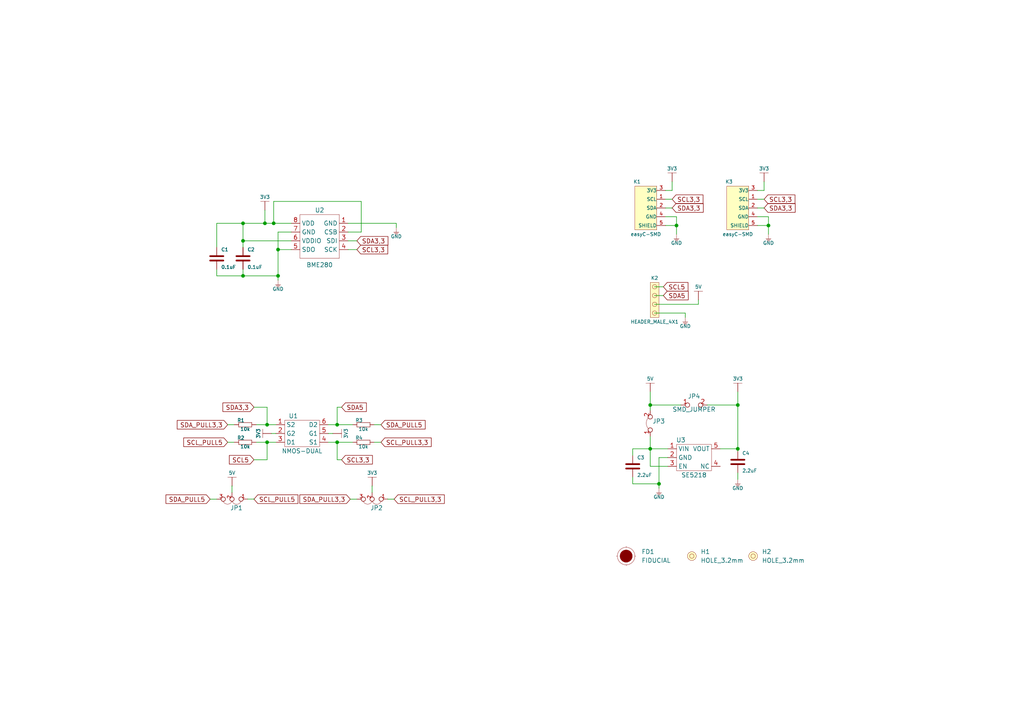
<source format=kicad_sch>
(kicad_sch (version 20210621) (generator eeschema)

  (uuid dce11dbc-8b09-4328-ae92-740e54792a36)

  (paper "A4")

  (lib_symbols
    (symbol "e-radionica.com schematics:0603C" (pin_numbers hide) (pin_names (offset 0.002)) (in_bom yes) (on_board yes)
      (property "Reference" "C" (id 0) (at -0.635 3.175 0)
        (effects (font (size 1 1)))
      )
      (property "Value" "0603C" (id 1) (at 0 -3.175 0)
        (effects (font (size 1 1)))
      )
      (property "Footprint" "e-radionica.com footprinti:0603C" (id 2) (at 0 0 0)
        (effects (font (size 1 1)) hide)
      )
      (property "Datasheet" "" (id 3) (at 0 0 0)
        (effects (font (size 1 1)) hide)
      )
      (symbol "0603C_0_1"
        (polyline
          (pts
            (xy -0.635 1.905)
            (xy -0.635 -1.905)
          )
          (stroke (width 0.5)) (fill (type none))
        )
        (polyline
          (pts
            (xy 0.635 1.905)
            (xy 0.635 -1.905)
          )
          (stroke (width 0.5)) (fill (type none))
        )
      )
      (symbol "0603C_1_1"
        (pin passive line (at -3.175 0 0) (length 2.54)
          (name "~" (effects (font (size 1.27 1.27))))
          (number "1" (effects (font (size 1.27 1.27))))
        )
        (pin passive line (at 3.175 0 180) (length 2.54)
          (name "~" (effects (font (size 1.27 1.27))))
          (number "2" (effects (font (size 1.27 1.27))))
        )
      )
    )
    (symbol "e-radionica.com schematics:0603R" (pin_numbers hide) (pin_names (offset 0.254)) (in_bom yes) (on_board yes)
      (property "Reference" "R" (id 0) (at -1.905 1.905 0)
        (effects (font (size 1 1)))
      )
      (property "Value" "0603R" (id 1) (at 0 -1.905 0)
        (effects (font (size 1 1)))
      )
      (property "Footprint" "e-radionica.com footprinti:0603R" (id 2) (at -0.635 1.905 0)
        (effects (font (size 1 1)) hide)
      )
      (property "Datasheet" "" (id 3) (at -0.635 1.905 0)
        (effects (font (size 1 1)) hide)
      )
      (symbol "0603R_0_1"
        (rectangle (start -1.905 -0.635) (end 1.905 -0.6604)
          (stroke (width 0.1)) (fill (type none))
        )
        (rectangle (start -1.905 0.635) (end -1.8796 -0.635)
          (stroke (width 0.1)) (fill (type none))
        )
        (rectangle (start -1.905 0.635) (end 1.905 0.6096)
          (stroke (width 0.1)) (fill (type none))
        )
        (rectangle (start 1.905 0.635) (end 1.9304 -0.635)
          (stroke (width 0.1)) (fill (type none))
        )
      )
      (symbol "0603R_1_1"
        (pin passive line (at -3.175 0 0) (length 1.27)
          (name "~" (effects (font (size 1.27 1.27))))
          (number "1" (effects (font (size 1.27 1.27))))
        )
        (pin passive line (at 3.175 0 180) (length 1.27)
          (name "~" (effects (font (size 1.27 1.27))))
          (number "2" (effects (font (size 1.27 1.27))))
        )
      )
    )
    (symbol "e-radionica.com schematics:3V3" (power) (pin_names (offset 0)) (in_bom yes) (on_board yes)
      (property "Reference" "#PWR" (id 0) (at 4.445 0 0)
        (effects (font (size 1 1)) hide)
      )
      (property "Value" "3V3" (id 1) (at 0 3.556 0)
        (effects (font (size 1 1)))
      )
      (property "Footprint" "" (id 2) (at 4.445 3.81 0)
        (effects (font (size 1 1)) hide)
      )
      (property "Datasheet" "" (id 3) (at 4.445 3.81 0)
        (effects (font (size 1 1)) hide)
      )
      (property "ki_keywords" "power-flag" (id 4) (at 0 0 0)
        (effects (font (size 1.27 1.27)) hide)
      )
      (property "ki_description" "Power symbol creates a global label with name \"+3V3\"" (id 5) (at 0 0 0)
        (effects (font (size 1.27 1.27)) hide)
      )
      (symbol "3V3_0_1"
        (polyline
          (pts
            (xy -1.27 2.54)
            (xy 1.27 2.54)
          )
          (stroke (width 0.0006)) (fill (type none))
        )
        (polyline
          (pts
            (xy 0 0)
            (xy 0 2.54)
          )
          (stroke (width 0)) (fill (type none))
        )
      )
      (symbol "3V3_1_1"
        (pin power_in line (at 0 0 90) (length 0) hide
          (name "3V3" (effects (font (size 1.27 1.27))))
          (number "1" (effects (font (size 1.27 1.27))))
        )
      )
    )
    (symbol "e-radionica.com schematics:5V" (power) (pin_names (offset 0)) (in_bom yes) (on_board yes)
      (property "Reference" "#PWR" (id 0) (at 4.445 0 0)
        (effects (font (size 1 1)) hide)
      )
      (property "Value" "5V" (id 1) (at 0 3.556 0)
        (effects (font (size 1 1)))
      )
      (property "Footprint" "" (id 2) (at 4.445 3.81 0)
        (effects (font (size 1 1)) hide)
      )
      (property "Datasheet" "" (id 3) (at 4.445 3.81 0)
        (effects (font (size 1 1)) hide)
      )
      (property "ki_keywords" "power-flag" (id 4) (at 0 0 0)
        (effects (font (size 1.27 1.27)) hide)
      )
      (property "ki_description" "Power symbol creates a global label with name \"+3V3\"" (id 5) (at 0 0 0)
        (effects (font (size 1.27 1.27)) hide)
      )
      (symbol "5V_0_1"
        (polyline
          (pts
            (xy -1.27 2.54)
            (xy 1.27 2.54)
          )
          (stroke (width 0.0006)) (fill (type none))
        )
        (polyline
          (pts
            (xy 0 0)
            (xy 0 2.54)
          )
          (stroke (width 0)) (fill (type none))
        )
      )
      (symbol "5V_1_1"
        (pin power_in line (at 0 0 90) (length 0) hide
          (name "5V" (effects (font (size 1.27 1.27))))
          (number "1" (effects (font (size 1.27 1.27))))
        )
      )
    )
    (symbol "e-radionica.com schematics:BME280" (in_bom yes) (on_board yes)
      (property "Reference" "U" (id 0) (at -5.08 7.62 0)
        (effects (font (size 1.27 1.27)))
      )
      (property "Value" "BME280" (id 1) (at 0 -7.62 0)
        (effects (font (size 1.27 1.27)))
      )
      (property "Footprint" "e-radionica.com footprinti:BME280" (id 2) (at 0.635 0 0)
        (effects (font (size 1.27 1.27)) hide)
      )
      (property "Datasheet" "" (id 3) (at 0.635 0 0)
        (effects (font (size 1.27 1.27)) hide)
      )
      (symbol "BME280_0_1"
        (rectangle (start -5.715 6.35) (end 5.715 -6.35)
          (stroke (width 0.0006)) (fill (type none))
        )
      )
      (symbol "BME280_1_1"
        (pin passive line (at 8.255 3.81 180) (length 2.54)
          (name "GND" (effects (font (size 1.27 1.27))))
          (number "1" (effects (font (size 1.27 1.27))))
        )
        (pin power_in line (at 8.255 1.27 180) (length 2.54)
          (name "CSB" (effects (font (size 1.27 1.27))))
          (number "2" (effects (font (size 1.27 1.27))))
        )
        (pin input line (at 8.255 -1.27 180) (length 2.54)
          (name "SDI" (effects (font (size 1.27 1.27))))
          (number "3" (effects (font (size 1.27 1.27))))
        )
        (pin input line (at 8.255 -3.81 180) (length 2.54)
          (name "SCK" (effects (font (size 1.27 1.27))))
          (number "4" (effects (font (size 1.27 1.27))))
        )
        (pin output line (at -8.255 -3.81 0) (length 2.54)
          (name "SDO" (effects (font (size 1.27 1.27))))
          (number "5" (effects (font (size 1.27 1.27))))
        )
        (pin power_in line (at -8.255 -1.27 0) (length 2.54)
          (name "VDDIO" (effects (font (size 1.27 1.27))))
          (number "6" (effects (font (size 1.27 1.27))))
        )
        (pin passive line (at -8.255 1.27 0) (length 2.54)
          (name "GND" (effects (font (size 1.27 1.27))))
          (number "7" (effects (font (size 1.27 1.27))))
        )
        (pin power_in line (at -8.255 3.81 0) (length 2.54)
          (name "VDD" (effects (font (size 1.27 1.27))))
          (number "8" (effects (font (size 1.27 1.27))))
        )
      )
    )
    (symbol "e-radionica.com schematics:FIDUCIAL" (in_bom no) (on_board yes)
      (property "Reference" "FD" (id 0) (at 0 3.81 0)
        (effects (font (size 1.27 1.27)))
      )
      (property "Value" "FIDUCIAL" (id 1) (at 0 -3.81 0)
        (effects (font (size 1.27 1.27)))
      )
      (property "Footprint" "e-radionica.com footprinti:FIDUCIAL_23" (id 2) (at 0.254 -5.334 0)
        (effects (font (size 1.27 1.27)) hide)
      )
      (property "Datasheet" "" (id 3) (at 0 0 0)
        (effects (font (size 1.27 1.27)) hide)
      )
      (symbol "FIDUCIAL_0_1"
        (circle (center 0 0) (radius 2.54) (stroke (width 0.0006)) (fill (type none)))
        (circle (center 0 0) (radius 1.7961) (stroke (width 0.001)) (fill (type outline)))
        (polyline
          (pts
            (xy -2.54 0)
            (xy -2.794 0)
          )
          (stroke (width 0.0006)) (fill (type none))
        )
        (polyline
          (pts
            (xy 0 -2.54)
            (xy 0 -2.794)
          )
          (stroke (width 0.0006)) (fill (type none))
        )
        (polyline
          (pts
            (xy 0 2.54)
            (xy 0 2.794)
          )
          (stroke (width 0.0006)) (fill (type none))
        )
        (polyline
          (pts
            (xy 2.54 0)
            (xy 2.794 0)
          )
          (stroke (width 0.0006)) (fill (type none))
        )
      )
    )
    (symbol "e-radionica.com schematics:GND" (power) (pin_names (offset 0)) (in_bom yes) (on_board yes)
      (property "Reference" "#PWR" (id 0) (at 4.445 0 0)
        (effects (font (size 1 1)) hide)
      )
      (property "Value" "GND" (id 1) (at 0 -2.921 0)
        (effects (font (size 1 1)))
      )
      (property "Footprint" "" (id 2) (at 4.445 3.81 0)
        (effects (font (size 1 1)) hide)
      )
      (property "Datasheet" "" (id 3) (at 4.445 3.81 0)
        (effects (font (size 1 1)) hide)
      )
      (property "ki_keywords" "power-flag" (id 4) (at 0 0 0)
        (effects (font (size 1.27 1.27)) hide)
      )
      (property "ki_description" "Power symbol creates a global label with name \"+3V3\"" (id 5) (at 0 0 0)
        (effects (font (size 1.27 1.27)) hide)
      )
      (symbol "GND_0_1"
        (polyline
          (pts
            (xy -0.762 -1.27)
            (xy 0.762 -1.27)
          )
          (stroke (width 0.0006)) (fill (type none))
        )
        (polyline
          (pts
            (xy -0.635 -1.524)
            (xy 0.635 -1.524)
          )
          (stroke (width 0.0006)) (fill (type none))
        )
        (polyline
          (pts
            (xy -0.381 -1.778)
            (xy 0.381 -1.778)
          )
          (stroke (width 0.0006)) (fill (type none))
        )
        (polyline
          (pts
            (xy -0.127 -2.032)
            (xy 0.127 -2.032)
          )
          (stroke (width 0.0006)) (fill (type none))
        )
        (polyline
          (pts
            (xy 0 0)
            (xy 0 -1.27)
          )
          (stroke (width 0.0006)) (fill (type none))
        )
      )
      (symbol "GND_1_1"
        (pin power_in line (at 0 0 270) (length 0) hide
          (name "GND" (effects (font (size 1.27 1.27))))
          (number "1" (effects (font (size 1.27 1.27))))
        )
      )
    )
    (symbol "e-radionica.com schematics:HEADER_MALE_4X1" (pin_numbers hide) (pin_names hide) (in_bom yes) (on_board yes)
      (property "Reference" "K" (id 0) (at -0.635 7.62 0)
        (effects (font (size 1 1)))
      )
      (property "Value" "HEADER_MALE_4X1" (id 1) (at 0 -5.08 0)
        (effects (font (size 1 1)))
      )
      (property "Footprint" "e-radionica.com footprinti:HEADER_MALE_4X1" (id 2) (at 0 -2.54 0)
        (effects (font (size 1 1)) hide)
      )
      (property "Datasheet" "" (id 3) (at 0 -2.54 0)
        (effects (font (size 1 1)) hide)
      )
      (symbol "HEADER_MALE_4X1_0_1"
        (circle (center 0 -2.54) (radius 0.635) (stroke (width 0.0006)) (fill (type none)))
        (circle (center 0 0) (radius 0.635) (stroke (width 0.0006)) (fill (type none)))
        (circle (center 0 2.54) (radius 0.635) (stroke (width 0.0006)) (fill (type none)))
        (circle (center 0 5.08) (radius 0.635) (stroke (width 0.0006)) (fill (type none)))
        (rectangle (start 1.27 -3.81) (end -1.27 6.35)
          (stroke (width 0.001)) (fill (type background))
        )
      )
      (symbol "HEADER_MALE_4X1_1_1"
        (pin passive line (at 0 -2.54 180) (length 0)
          (name "~" (effects (font (size 1 1))))
          (number "1" (effects (font (size 1 1))))
        )
        (pin passive line (at 0 0 180) (length 0)
          (name "~" (effects (font (size 1 1))))
          (number "2" (effects (font (size 1 1))))
        )
        (pin passive line (at 0 2.54 180) (length 0)
          (name "~" (effects (font (size 1 1))))
          (number "3" (effects (font (size 1 1))))
        )
        (pin passive line (at 0 5.08 180) (length 0)
          (name "~" (effects (font (size 1 1))))
          (number "4" (effects (font (size 1 1))))
        )
      )
    )
    (symbol "e-radionica.com schematics:HOLE_3.2mm" (pin_numbers hide) (pin_names hide) (in_bom yes) (on_board yes)
      (property "Reference" "H" (id 0) (at 0 2.54 0)
        (effects (font (size 1.27 1.27)))
      )
      (property "Value" "HOLE_3.2mm" (id 1) (at 0 -2.54 0)
        (effects (font (size 1.27 1.27)))
      )
      (property "Footprint" "e-radionica.com footprinti:HOLE_3.2mm" (id 2) (at 0 0 0)
        (effects (font (size 1.27 1.27)) hide)
      )
      (property "Datasheet" "" (id 3) (at 0 0 0)
        (effects (font (size 1.27 1.27)) hide)
      )
      (symbol "HOLE_3.2mm_0_1"
        (circle (center 0 0) (radius 0.635) (stroke (width 0.0006)) (fill (type none)))
        (circle (center 0 0) (radius 1.27) (stroke (width 0.001)) (fill (type background)))
      )
    )
    (symbol "e-radionica.com schematics:NMOS-DUAL" (in_bom yes) (on_board yes)
      (property "Reference" "U" (id 0) (at -3.81 5.08 0)
        (effects (font (size 1.27 1.27)))
      )
      (property "Value" "NMOS-DUAL" (id 1) (at 0 -5.08 0)
        (effects (font (size 1.27 1.27)))
      )
      (property "Footprint" "e-radionica.com footprinti:SOT-363" (id 2) (at 0 -7.62 0)
        (effects (font (size 1.27 1.27)) hide)
      )
      (property "Datasheet" "" (id 3) (at 0 -2.54 0)
        (effects (font (size 1.27 1.27)) hide)
      )
      (symbol "NMOS-DUAL_0_1"
        (rectangle (start -5.08 3.81) (end 5.08 -3.81)
          (stroke (width 0.0006)) (fill (type none))
        )
      )
      (symbol "NMOS-DUAL_1_1"
        (pin input line (at -7.62 2.54 0) (length 2.54)
          (name "S2" (effects (font (size 1.27 1.27))))
          (number "1" (effects (font (size 1.27 1.27))))
        )
        (pin input line (at -7.62 0 0) (length 2.54)
          (name "G2" (effects (font (size 1.27 1.27))))
          (number "2" (effects (font (size 1.27 1.27))))
        )
        (pin input line (at -7.62 -2.54 0) (length 2.54)
          (name "D1" (effects (font (size 1.27 1.27))))
          (number "3" (effects (font (size 1.27 1.27))))
        )
        (pin input line (at 7.62 -2.54 180) (length 2.54)
          (name "S1" (effects (font (size 1.27 1.27))))
          (number "4" (effects (font (size 1.27 1.27))))
        )
        (pin input line (at 7.62 0 180) (length 2.54)
          (name "G1" (effects (font (size 1.27 1.27))))
          (number "5" (effects (font (size 1.27 1.27))))
        )
        (pin input line (at 7.62 2.54 180) (length 2.54)
          (name "D2" (effects (font (size 1.27 1.27))))
          (number "6" (effects (font (size 1.27 1.27))))
        )
      )
    )
    (symbol "e-radionica.com schematics:SE5218" (in_bom yes) (on_board yes)
      (property "Reference" "U" (id 0) (at -3.81 5.08 0)
        (effects (font (size 1.27 1.27)))
      )
      (property "Value" "SE5218" (id 1) (at 0 -5.08 0)
        (effects (font (size 1.27 1.27)))
      )
      (property "Footprint" "e-radionica.com footprinti:SOT-23-5" (id 2) (at 0 0 0)
        (effects (font (size 1.27 1.27)) hide)
      )
      (property "Datasheet" "" (id 3) (at 0 0 0)
        (effects (font (size 1.27 1.27)) hide)
      )
      (symbol "SE5218_0_1"
        (rectangle (start -5.08 3.81) (end 5.08 -3.81)
          (stroke (width 0.0006)) (fill (type none))
        )
      )
      (symbol "SE5218_1_1"
        (pin power_in line (at -7.62 2.54 0) (length 2.54)
          (name "VIN" (effects (font (size 1.27 1.27))))
          (number "1" (effects (font (size 1.27 1.27))))
        )
        (pin power_in line (at -7.62 0 0) (length 2.54)
          (name "GND" (effects (font (size 1.27 1.27))))
          (number "2" (effects (font (size 1.27 1.27))))
        )
        (pin input line (at -7.62 -2.54 0) (length 2.54)
          (name "EN" (effects (font (size 1.27 1.27))))
          (number "3" (effects (font (size 1.27 1.27))))
        )
        (pin passive line (at 7.62 -2.54 180) (length 2.54)
          (name "NC" (effects (font (size 1.27 1.27))))
          (number "4" (effects (font (size 1.27 1.27))))
        )
        (pin power_out line (at 7.62 2.54 180) (length 2.54)
          (name "VOUT" (effects (font (size 1.27 1.27))))
          (number "5" (effects (font (size 1.27 1.27))))
        )
      )
    )
    (symbol "e-radionica.com schematics:SMD-JUMPER-CONNECTED_TRACE_SLODERMASK" (in_bom yes) (on_board yes)
      (property "Reference" "JP" (id 0) (at 0 3.556 0)
        (effects (font (size 1.27 1.27)))
      )
      (property "Value" "SMD-JUMPER-CONNECTED_TRACE_SLODERMASK" (id 1) (at 0 -2.54 0)
        (effects (font (size 1.27 1.27)))
      )
      (property "Footprint" "e-radionica.com footprinti:SMD-JUMPER-CONNECTED_TRACE_SLODERMASK" (id 2) (at 0 -5.715 0)
        (effects (font (size 1.27 1.27)) hide)
      )
      (property "Datasheet" "" (id 3) (at 0 0 0)
        (effects (font (size 1.27 1.27)) hide)
      )
      (symbol "SMD-JUMPER-CONNECTED_TRACE_SLODERMASK_0_1"
        (arc (start -1.8034 0.5588) (end 1.397 0.5842) (radius (at -0.1875 -1.4124) (length 2.5489) (angles 129.3 51.6))
          (stroke (width 0.0006)) (fill (type none))
        )
      )
      (symbol "SMD-JUMPER-CONNECTED_TRACE_SLODERMASK_1_1"
        (pin passive inverted (at -4.064 0 0) (length 2.54)
          (name "" (effects (font (size 1.27 1.27))))
          (number "1" (effects (font (size 1.27 1.27))))
        )
        (pin passive inverted (at 3.556 0 180) (length 2.54)
          (name "" (effects (font (size 1.27 1.27))))
          (number "2" (effects (font (size 1.27 1.27))))
        )
      )
    )
    (symbol "e-radionica.com schematics:SMD_JUMPER" (in_bom yes) (on_board yes)
      (property "Reference" "JP" (id 0) (at 0 1.397 0)
        (effects (font (size 1.27 1.27)))
      )
      (property "Value" "SMD_JUMPER" (id 1) (at 0.508 -3.048 0)
        (effects (font (size 1.27 1.27)))
      )
      (property "Footprint" "e-radionica.com footprinti:SMD_JUMPER" (id 2) (at 0 0 0)
        (effects (font (size 1.27 1.27)) hide)
      )
      (property "Datasheet" "" (id 3) (at 0 0 0)
        (effects (font (size 1.27 1.27)) hide)
      )
      (symbol "SMD_JUMPER_1_1"
        (pin passive inverted (at -3.81 0 0) (length 2.54)
          (name "" (effects (font (size 1.27 1.27))))
          (number "1" (effects (font (size 1.27 1.27))))
        )
        (pin passive inverted (at 3.81 0 180) (length 2.54)
          (name "" (effects (font (size 1.27 1.27))))
          (number "2" (effects (font (size 1.27 1.27))))
        )
      )
    )
    (symbol "e-radionica.com schematics:SMD_JUMPER_3_PAD_TRACE" (in_bom yes) (on_board yes)
      (property "Reference" "JP" (id 0) (at 0.0254 5.461 0)
        (effects (font (size 1.27 1.27)))
      )
      (property "Value" "SMD_JUMPER_3_PAD_TRACE" (id 1) (at 0.3048 -4.572 0)
        (effects (font (size 1.27 1.27)))
      )
      (property "Footprint" "e-radionica.com footprinti:SMD_JUMPER_3_PAD_TRACE" (id 2) (at 0 -1.27 0)
        (effects (font (size 1.27 1.27)) hide)
      )
      (property "Datasheet" "" (id 3) (at 0 0 0)
        (effects (font (size 1.27 1.27)) hide)
      )
      (symbol "SMD_JUMPER_3_PAD_TRACE_0_1"
        (arc (start -2.6162 0.6096) (end 0 0.5842) (radius (at -1.3133 0.057) (length 1.4152) (angles 157 21.9))
          (stroke (width 0.0006)) (fill (type none))
        )
        (arc (start 0 0.6096) (end 2.5908 0.6604) (radius (at 1.308 -0.0085) (length 1.4467) (angles 154.7 27.5))
          (stroke (width 0.0006)) (fill (type none))
        )
      )
      (symbol "SMD_JUMPER_3_PAD_TRACE_1_1"
        (pin passive inverted (at -4.5212 -0.0254 0) (length 2.54)
          (name "" (effects (font (size 1 1))))
          (number "1" (effects (font (size 1 1))))
        )
        (pin passive inverted (at 0.0254 -1.9304 90) (length 2.54)
          (name "" (effects (font (size 1 1))))
          (number "2" (effects (font (size 1 1))))
        )
        (pin passive inverted (at 4.4704 0 180) (length 2.54)
          (name "" (effects (font (size 1 1))))
          (number "3" (effects (font (size 1 1))))
        )
      )
    )
    (symbol "e-radionica.com schematics:easyC-SMD" (pin_names (offset 0.002)) (in_bom yes) (on_board yes)
      (property "Reference" "K" (id 0) (at -2.54 10.16 0)
        (effects (font (size 1 1)))
      )
      (property "Value" "easyC-SMD" (id 1) (at 0 -5.08 0)
        (effects (font (size 1 1)))
      )
      (property "Footprint" "e-radionica.com footprinti:easyC-connector" (id 2) (at 3.175 2.54 0)
        (effects (font (size 1 1)) hide)
      )
      (property "Datasheet" "" (id 3) (at 3.175 2.54 0)
        (effects (font (size 1 1)) hide)
      )
      (symbol "easyC-SMD_0_1"
        (rectangle (start -3.175 8.89) (end 3.175 -3.81)
          (stroke (width 0.001)) (fill (type background))
        )
      )
      (symbol "easyC-SMD_1_1"
        (pin passive line (at 5.715 5.08 180) (length 2.54)
          (name "SCL" (effects (font (size 1 1))))
          (number "1" (effects (font (size 1 1))))
        )
        (pin passive line (at 5.715 2.54 180) (length 2.54)
          (name "SDA" (effects (font (size 1 1))))
          (number "2" (effects (font (size 1 1))))
        )
        (pin passive line (at 5.715 7.62 180) (length 2.54)
          (name "3V3" (effects (font (size 1 1))))
          (number "3" (effects (font (size 1 1))))
        )
        (pin passive line (at 5.715 0 180) (length 2.54)
          (name "GND" (effects (font (size 1 1))))
          (number "4" (effects (font (size 1 1))))
        )
        (pin passive line (at 5.715 -2.54 180) (length 2.54)
          (name "SHIELD" (effects (font (size 1 1))))
          (number "5" (effects (font (size 1 1))))
        )
      )
    )
  )

  (junction (at 70.485 64.77) (diameter 0.9144) (color 0 0 0 0))
  (junction (at 70.485 69.85) (diameter 0.9144) (color 0 0 0 0))
  (junction (at 70.485 80.01) (diameter 0.9144) (color 0 0 0 0))
  (junction (at 76.835 64.77) (diameter 0.9144) (color 0 0 0 0))
  (junction (at 77.47 123.19) (diameter 0.9144) (color 0 0 0 0))
  (junction (at 77.47 128.27) (diameter 0.9144) (color 0 0 0 0))
  (junction (at 79.375 64.77) (diameter 0.9144) (color 0 0 0 0))
  (junction (at 80.645 72.39) (diameter 0.9144) (color 0 0 0 0))
  (junction (at 80.645 80.01) (diameter 0.9144) (color 0 0 0 0))
  (junction (at 97.79 123.19) (diameter 0.9144) (color 0 0 0 0))
  (junction (at 97.79 128.27) (diameter 0.9144) (color 0 0 0 0))
  (junction (at 188.595 117.475) (diameter 0.9144) (color 0 0 0 0))
  (junction (at 188.595 130.175) (diameter 0.9144) (color 0 0 0 0))
  (junction (at 191.135 140.335) (diameter 0.9144) (color 0 0 0 0))
  (junction (at 196.215 65.405) (diameter 0.9144) (color 0 0 0 0))
  (junction (at 213.995 117.475) (diameter 0.9144) (color 0 0 0 0))
  (junction (at 213.995 130.175) (diameter 0.9144) (color 0 0 0 0))
  (junction (at 222.885 65.405) (diameter 0.9144) (color 0 0 0 0))

  (wire (pts (xy 60.96 144.78) (xy 62.8396 144.78))
    (stroke (width 0) (type solid) (color 0 0 0 0))
    (uuid 911c6cee-0299-4d61-9e9c-a5dd69a540f3)
  )
  (wire (pts (xy 62.865 64.77) (xy 70.485 64.77))
    (stroke (width 0) (type solid) (color 0 0 0 0))
    (uuid f5e6322a-ce71-4c19-af95-c876d86a289e)
  )
  (wire (pts (xy 62.865 71.755) (xy 62.865 64.77))
    (stroke (width 0) (type solid) (color 0 0 0 0))
    (uuid f5e6322a-ce71-4c19-af95-c876d86a289e)
  )
  (wire (pts (xy 62.865 78.105) (xy 62.865 80.01))
    (stroke (width 0) (type solid) (color 0 0 0 0))
    (uuid 71b8f452-7d72-49ba-8bc3-b1435006ab50)
  )
  (wire (pts (xy 62.865 80.01) (xy 70.485 80.01))
    (stroke (width 0) (type solid) (color 0 0 0 0))
    (uuid 71b8f452-7d72-49ba-8bc3-b1435006ab50)
  )
  (wire (pts (xy 66.04 123.19) (xy 67.945 123.19))
    (stroke (width 0) (type solid) (color 0 0 0 0))
    (uuid 64277b1e-e172-4b72-a48d-4c7b3ff5c71f)
  )
  (wire (pts (xy 66.04 128.27) (xy 67.945 128.27))
    (stroke (width 0) (type solid) (color 0 0 0 0))
    (uuid bf5db463-404d-4751-86c3-c205e390440d)
  )
  (wire (pts (xy 67.2846 140.97) (xy 67.31 140.97))
    (stroke (width 0) (type solid) (color 0 0 0 0))
    (uuid 0992e78c-7a04-4a6c-9835-b62580b6d65c)
  )
  (wire (pts (xy 67.2846 142.8496) (xy 67.2846 140.97))
    (stroke (width 0) (type solid) (color 0 0 0 0))
    (uuid 27750636-8bc6-42af-a815-d674e32a2587)
  )
  (wire (pts (xy 70.485 64.77) (xy 70.485 69.85))
    (stroke (width 0) (type solid) (color 0 0 0 0))
    (uuid a01f4b85-0efe-40dc-9655-2a2234716034)
  )
  (wire (pts (xy 70.485 64.77) (xy 76.835 64.77))
    (stroke (width 0) (type solid) (color 0 0 0 0))
    (uuid f5e6322a-ce71-4c19-af95-c876d86a289e)
  )
  (wire (pts (xy 70.485 69.85) (xy 70.485 71.755))
    (stroke (width 0) (type solid) (color 0 0 0 0))
    (uuid a01f4b85-0efe-40dc-9655-2a2234716034)
  )
  (wire (pts (xy 70.485 69.85) (xy 84.455 69.85))
    (stroke (width 0) (type solid) (color 0 0 0 0))
    (uuid 843679c4-6bd4-4b8b-bb7d-d17b12d52185)
  )
  (wire (pts (xy 70.485 78.105) (xy 70.485 80.01))
    (stroke (width 0) (type solid) (color 0 0 0 0))
    (uuid ba2ea675-9dfd-4937-a068-a6c0016f5972)
  )
  (wire (pts (xy 70.485 80.01) (xy 80.645 80.01))
    (stroke (width 0) (type solid) (color 0 0 0 0))
    (uuid ba2ea675-9dfd-4937-a068-a6c0016f5972)
  )
  (wire (pts (xy 71.8312 144.7546) (xy 73.66 144.7546))
    (stroke (width 0) (type solid) (color 0 0 0 0))
    (uuid bf5302ae-f5a2-4d3a-b23c-a6d1f0bf313a)
  )
  (wire (pts (xy 73.66 118.11) (xy 77.47 118.11))
    (stroke (width 0) (type solid) (color 0 0 0 0))
    (uuid 1ca4aa7d-3f85-40a4-9dad-a7e43136f58d)
  )
  (wire (pts (xy 73.66 133.35) (xy 77.47 133.35))
    (stroke (width 0) (type solid) (color 0 0 0 0))
    (uuid f15522ec-53cb-414c-9c9f-262e8d21d85f)
  )
  (wire (pts (xy 73.66 144.7546) (xy 73.66 144.78))
    (stroke (width 0) (type solid) (color 0 0 0 0))
    (uuid 5158c1b9-8540-4bed-a9d8-bcbf80f06707)
  )
  (wire (pts (xy 74.295 123.19) (xy 77.47 123.19))
    (stroke (width 0) (type solid) (color 0 0 0 0))
    (uuid a2218326-d7ea-4e37-b71f-5c083a953bc9)
  )
  (wire (pts (xy 74.295 128.27) (xy 77.47 128.27))
    (stroke (width 0) (type solid) (color 0 0 0 0))
    (uuid b48ec059-b79e-4962-9f6c-55e9590103f3)
  )
  (wire (pts (xy 76.835 64.77) (xy 76.835 60.96))
    (stroke (width 0) (type solid) (color 0 0 0 0))
    (uuid 86804ccf-fd15-463a-a8c1-40fae35f1048)
  )
  (wire (pts (xy 77.47 118.11) (xy 77.47 123.19))
    (stroke (width 0) (type solid) (color 0 0 0 0))
    (uuid 6f79f671-f898-4413-b320-3b7f825a3cb9)
  )
  (wire (pts (xy 77.47 123.19) (xy 80.01 123.19))
    (stroke (width 0) (type solid) (color 0 0 0 0))
    (uuid 6b342a54-fd55-4e98-8271-f6c41c882728)
  )
  (wire (pts (xy 77.47 128.27) (xy 80.01 128.27))
    (stroke (width 0) (type solid) (color 0 0 0 0))
    (uuid eb5e9575-401c-4834-896e-b17a9c5f1538)
  )
  (wire (pts (xy 77.47 133.35) (xy 77.47 128.27))
    (stroke (width 0) (type solid) (color 0 0 0 0))
    (uuid 80423069-473f-42b7-882c-73c5e8582ad5)
  )
  (wire (pts (xy 78.74 125.73) (xy 80.01 125.73))
    (stroke (width 0) (type solid) (color 0 0 0 0))
    (uuid 1c20ac11-8f3c-49fc-b480-94b68a1aa877)
  )
  (wire (pts (xy 79.375 58.42) (xy 79.375 64.77))
    (stroke (width 0) (type solid) (color 0 0 0 0))
    (uuid 6f147313-0994-4e82-9626-7ec0491dca25)
  )
  (wire (pts (xy 79.375 64.77) (xy 76.835 64.77))
    (stroke (width 0) (type solid) (color 0 0 0 0))
    (uuid 86804ccf-fd15-463a-a8c1-40fae35f1048)
  )
  (wire (pts (xy 80.645 67.31) (xy 80.645 72.39))
    (stroke (width 0) (type solid) (color 0 0 0 0))
    (uuid 2dc294fe-11cc-4035-9a56-ec837efcf600)
  )
  (wire (pts (xy 80.645 72.39) (xy 80.645 80.01))
    (stroke (width 0) (type solid) (color 0 0 0 0))
    (uuid 2dc294fe-11cc-4035-9a56-ec837efcf600)
  )
  (wire (pts (xy 80.645 72.39) (xy 84.455 72.39))
    (stroke (width 0) (type solid) (color 0 0 0 0))
    (uuid 8b22934a-0d47-4662-8b1e-b37634ba4804)
  )
  (wire (pts (xy 80.645 80.01) (xy 80.645 81.28))
    (stroke (width 0) (type solid) (color 0 0 0 0))
    (uuid ba2ea675-9dfd-4937-a068-a6c0016f5972)
  )
  (wire (pts (xy 84.455 64.77) (xy 79.375 64.77))
    (stroke (width 0) (type solid) (color 0 0 0 0))
    (uuid 86804ccf-fd15-463a-a8c1-40fae35f1048)
  )
  (wire (pts (xy 84.455 67.31) (xy 80.645 67.31))
    (stroke (width 0) (type solid) (color 0 0 0 0))
    (uuid 2dc294fe-11cc-4035-9a56-ec837efcf600)
  )
  (wire (pts (xy 95.25 123.19) (xy 97.79 123.19))
    (stroke (width 0) (type solid) (color 0 0 0 0))
    (uuid cbf6d0a0-c464-4a23-a51e-7206de85a49f)
  )
  (wire (pts (xy 95.25 125.73) (xy 96.52 125.73))
    (stroke (width 0) (type solid) (color 0 0 0 0))
    (uuid 42b7798b-2aa0-4631-9196-226b4ed34487)
  )
  (wire (pts (xy 95.25 128.27) (xy 97.79 128.27))
    (stroke (width 0) (type solid) (color 0 0 0 0))
    (uuid 14590e8a-2a6f-4e24-8d8f-4a6ec0b217e6)
  )
  (wire (pts (xy 97.79 118.11) (xy 97.79 123.19))
    (stroke (width 0) (type solid) (color 0 0 0 0))
    (uuid bf31047f-396b-453d-8db7-f6ef81618a75)
  )
  (wire (pts (xy 97.79 123.19) (xy 102.235 123.19))
    (stroke (width 0) (type solid) (color 0 0 0 0))
    (uuid a8c1eb1d-c025-4e71-9ed2-922c076b4bd0)
  )
  (wire (pts (xy 97.79 128.27) (xy 102.235 128.27))
    (stroke (width 0) (type solid) (color 0 0 0 0))
    (uuid b4530ad5-7043-4c55-ad51-0889507222bf)
  )
  (wire (pts (xy 97.79 133.35) (xy 97.79 128.27))
    (stroke (width 0) (type solid) (color 0 0 0 0))
    (uuid 0610b5de-5d1a-4c5c-a034-99d45987cfc6)
  )
  (wire (pts (xy 99.06 118.11) (xy 97.79 118.11))
    (stroke (width 0) (type solid) (color 0 0 0 0))
    (uuid 91c727fc-16ed-4723-9bae-24319b102896)
  )
  (wire (pts (xy 99.06 133.35) (xy 97.79 133.35))
    (stroke (width 0) (type solid) (color 0 0 0 0))
    (uuid 77321125-9d05-47c7-8bee-28c18f56f87e)
  )
  (wire (pts (xy 100.965 64.77) (xy 114.935 64.77))
    (stroke (width 0) (type solid) (color 0 0 0 0))
    (uuid 87428ce8-5f5a-4190-ab4a-fb5bd4474064)
  )
  (wire (pts (xy 100.965 67.31) (xy 104.775 67.31))
    (stroke (width 0) (type solid) (color 0 0 0 0))
    (uuid 48e50809-f088-4f56-8bde-de06e2012f27)
  )
  (wire (pts (xy 100.965 69.85) (xy 103.505 69.85))
    (stroke (width 0) (type solid) (color 0 0 0 0))
    (uuid e536521f-2deb-42f2-ad09-eb2633f0bb77)
  )
  (wire (pts (xy 100.965 72.39) (xy 103.505 72.39))
    (stroke (width 0) (type solid) (color 0 0 0 0))
    (uuid 85c594ba-a81e-45c1-a4a0-6236435210af)
  )
  (wire (pts (xy 101.6 144.78) (xy 103.4796 144.78))
    (stroke (width 0) (type solid) (color 0 0 0 0))
    (uuid bd6f3f3d-4401-434f-a439-a2ca949dfc8e)
  )
  (wire (pts (xy 104.775 58.42) (xy 79.375 58.42))
    (stroke (width 0) (type solid) (color 0 0 0 0))
    (uuid 62eadb2c-4f12-4141-82bf-4dca6128afe4)
  )
  (wire (pts (xy 104.775 58.42) (xy 104.775 67.31))
    (stroke (width 0) (type solid) (color 0 0 0 0))
    (uuid 48e50809-f088-4f56-8bde-de06e2012f27)
  )
  (wire (pts (xy 107.9246 140.97) (xy 107.95 140.97))
    (stroke (width 0) (type solid) (color 0 0 0 0))
    (uuid 5243925c-cc26-453f-8e4d-c8355be47593)
  )
  (wire (pts (xy 107.9246 142.8496) (xy 107.9246 140.97))
    (stroke (width 0) (type solid) (color 0 0 0 0))
    (uuid dc61107b-a9c0-4f90-bae7-de67d4d6ceca)
  )
  (wire (pts (xy 108.585 123.19) (xy 110.49 123.19))
    (stroke (width 0) (type solid) (color 0 0 0 0))
    (uuid 2c4b5223-9492-498a-a6fd-9fd40e4edca5)
  )
  (wire (pts (xy 108.585 128.27) (xy 110.49 128.27))
    (stroke (width 0) (type solid) (color 0 0 0 0))
    (uuid 9530433a-fbe3-4a1b-ba60-cbf79b5b2a6a)
  )
  (wire (pts (xy 112.4712 144.7546) (xy 112.4712 144.78))
    (stroke (width 0) (type solid) (color 0 0 0 0))
    (uuid d39b50db-7072-40ab-b525-cda9e3d27f41)
  )
  (wire (pts (xy 112.4712 144.78) (xy 114.3 144.78))
    (stroke (width 0) (type solid) (color 0 0 0 0))
    (uuid b4951748-5169-48af-8e3b-eca7c15060e5)
  )
  (wire (pts (xy 114.935 64.77) (xy 114.935 66.04))
    (stroke (width 0) (type solid) (color 0 0 0 0))
    (uuid 87428ce8-5f5a-4190-ab4a-fb5bd4474064)
  )
  (wire (pts (xy 183.515 130.175) (xy 188.595 130.175))
    (stroke (width 0) (type solid) (color 0 0 0 0))
    (uuid 88d67b7a-aa32-4320-bee4-7133e276d005)
  )
  (wire (pts (xy 183.515 132.08) (xy 183.515 130.175))
    (stroke (width 0) (type solid) (color 0 0 0 0))
    (uuid 01dec1c8-bfe9-484b-9a3c-db0297b9c1b6)
  )
  (wire (pts (xy 183.515 138.43) (xy 183.515 140.335))
    (stroke (width 0) (type solid) (color 0 0 0 0))
    (uuid f23c5527-e8f8-435e-bb21-5be6b1520bba)
  )
  (wire (pts (xy 183.515 140.335) (xy 191.135 140.335))
    (stroke (width 0) (type solid) (color 0 0 0 0))
    (uuid c2dcaeb9-3480-49bb-bdf4-98ac0cde2570)
  )
  (wire (pts (xy 188.595 113.665) (xy 188.595 117.475))
    (stroke (width 0) (type solid) (color 0 0 0 0))
    (uuid 46449f4d-5b0f-4184-8be6-c74ca854ef9d)
  )
  (wire (pts (xy 188.595 117.475) (xy 188.595 118.999))
    (stroke (width 0) (type solid) (color 0 0 0 0))
    (uuid 46449f4d-5b0f-4184-8be6-c74ca854ef9d)
  )
  (wire (pts (xy 188.595 117.475) (xy 197.485 117.475))
    (stroke (width 0) (type solid) (color 0 0 0 0))
    (uuid 0b3a495c-ea5b-46e8-8803-b97886fb3c8e)
  )
  (wire (pts (xy 188.595 126.619) (xy 188.595 130.175))
    (stroke (width 0) (type solid) (color 0 0 0 0))
    (uuid 354226f6-4ec2-40c6-9d6f-36378baa1fae)
  )
  (wire (pts (xy 188.595 135.255) (xy 188.595 130.175))
    (stroke (width 0) (type solid) (color 0 0 0 0))
    (uuid 452b6575-c63c-4f8c-bc21-32c6f1097405)
  )
  (wire (pts (xy 189.865 83.185) (xy 192.405 83.185))
    (stroke (width 0) (type solid) (color 0 0 0 0))
    (uuid 58e2d058-fb54-40b3-b028-5c196975e799)
  )
  (wire (pts (xy 189.865 85.725) (xy 192.405 85.725))
    (stroke (width 0) (type solid) (color 0 0 0 0))
    (uuid 43bc8ae0-6e60-44d6-a5bf-a426c37958d4)
  )
  (wire (pts (xy 189.865 88.265) (xy 202.565 88.265))
    (stroke (width 0) (type solid) (color 0 0 0 0))
    (uuid d7f1889b-dd6f-4816-ab7f-a4b96f47c569)
  )
  (wire (pts (xy 189.865 90.805) (xy 198.755 90.805))
    (stroke (width 0) (type solid) (color 0 0 0 0))
    (uuid de65d92a-3f52-4629-aaa7-38d7a794f8d1)
  )
  (wire (pts (xy 191.135 132.715) (xy 191.135 140.335))
    (stroke (width 0) (type solid) (color 0 0 0 0))
    (uuid 73f3e670-9d3a-453c-831f-ec3a8fab6157)
  )
  (wire (pts (xy 191.135 140.335) (xy 191.135 141.605))
    (stroke (width 0) (type solid) (color 0 0 0 0))
    (uuid 594626b7-d3eb-49e7-a244-672075ab717d)
  )
  (wire (pts (xy 193.04 55.245) (xy 194.945 55.245))
    (stroke (width 0) (type solid) (color 0 0 0 0))
    (uuid e4804b44-d412-4d47-be41-8320733033b5)
  )
  (wire (pts (xy 193.04 57.785) (xy 194.945 57.785))
    (stroke (width 0) (type solid) (color 0 0 0 0))
    (uuid 496023a0-165c-4146-926d-035fe040c327)
  )
  (wire (pts (xy 193.04 60.325) (xy 194.945 60.325))
    (stroke (width 0) (type solid) (color 0 0 0 0))
    (uuid ac7f72f9-ffd7-47b5-91d8-16fab1d637bc)
  )
  (wire (pts (xy 193.04 62.865) (xy 196.215 62.865))
    (stroke (width 0) (type solid) (color 0 0 0 0))
    (uuid 9801cc08-8bbf-4956-9f70-5b6d119abf64)
  )
  (wire (pts (xy 193.04 65.405) (xy 196.215 65.405))
    (stroke (width 0) (type solid) (color 0 0 0 0))
    (uuid d1c6f542-09c5-43fe-a02b-bc48e3f2c017)
  )
  (wire (pts (xy 193.675 130.175) (xy 188.595 130.175))
    (stroke (width 0) (type solid) (color 0 0 0 0))
    (uuid 3897c646-5309-47f6-847e-65dcaf50ca70)
  )
  (wire (pts (xy 193.675 132.715) (xy 191.135 132.715))
    (stroke (width 0) (type solid) (color 0 0 0 0))
    (uuid a74bbda5-ce71-4c62-af1e-6908ba3c1e8d)
  )
  (wire (pts (xy 193.675 135.255) (xy 188.595 135.255))
    (stroke (width 0) (type solid) (color 0 0 0 0))
    (uuid 8417b2ac-d724-450c-86ca-95cb39f66882)
  )
  (wire (pts (xy 194.945 55.245) (xy 194.945 52.705))
    (stroke (width 0) (type solid) (color 0 0 0 0))
    (uuid 4a6a6e34-dde7-4c39-befc-d55dfee51f69)
  )
  (wire (pts (xy 196.215 62.865) (xy 196.215 65.405))
    (stroke (width 0) (type solid) (color 0 0 0 0))
    (uuid 81ea59c0-a4b3-4e9f-a88b-38cc6c532783)
  )
  (wire (pts (xy 196.215 65.405) (xy 196.215 67.945))
    (stroke (width 0) (type solid) (color 0 0 0 0))
    (uuid 73ba8ff6-f563-422a-aa14-0f185de8662d)
  )
  (wire (pts (xy 198.755 90.805) (xy 198.755 92.075))
    (stroke (width 0) (type solid) (color 0 0 0 0))
    (uuid e43865f3-5325-412b-81f2-7100139c86be)
  )
  (wire (pts (xy 202.565 88.265) (xy 202.565 86.995))
    (stroke (width 0) (type solid) (color 0 0 0 0))
    (uuid 6b5584b0-02bb-4836-be53-b91bd6ef36fb)
  )
  (wire (pts (xy 205.105 117.475) (xy 213.995 117.475))
    (stroke (width 0) (type solid) (color 0 0 0 0))
    (uuid d8dbd08b-d7cd-4199-9471-542d7cdbf219)
  )
  (wire (pts (xy 208.915 130.175) (xy 213.995 130.175))
    (stroke (width 0) (type solid) (color 0 0 0 0))
    (uuid 4288fb74-e817-410e-b477-5e920d15a544)
  )
  (wire (pts (xy 213.995 117.475) (xy 213.995 113.665))
    (stroke (width 0) (type solid) (color 0 0 0 0))
    (uuid d8dbd08b-d7cd-4199-9471-542d7cdbf219)
  )
  (wire (pts (xy 213.995 117.475) (xy 213.995 130.175))
    (stroke (width 0) (type solid) (color 0 0 0 0))
    (uuid 735e0995-06ea-4e51-b4e5-bc63340ae6e0)
  )
  (wire (pts (xy 213.995 130.175) (xy 213.995 130.81))
    (stroke (width 0) (type solid) (color 0 0 0 0))
    (uuid 2e9ab859-86c0-4b89-b396-2b4265db9258)
  )
  (wire (pts (xy 213.995 137.16) (xy 213.995 139.065))
    (stroke (width 0) (type solid) (color 0 0 0 0))
    (uuid 01728e42-48ca-472b-9902-3dc84f1b365e)
  )
  (wire (pts (xy 219.71 55.245) (xy 221.615 55.245))
    (stroke (width 0) (type solid) (color 0 0 0 0))
    (uuid c7548943-8259-4200-9f50-7ce5033b3409)
  )
  (wire (pts (xy 219.71 57.785) (xy 221.615 57.785))
    (stroke (width 0) (type solid) (color 0 0 0 0))
    (uuid 9c9e752b-9d82-44c2-8eb5-51f550271243)
  )
  (wire (pts (xy 219.71 60.325) (xy 221.615 60.325))
    (stroke (width 0) (type solid) (color 0 0 0 0))
    (uuid ebfd0f96-a6f9-4d16-ada5-3fe6a195305e)
  )
  (wire (pts (xy 219.71 62.865) (xy 222.885 62.865))
    (stroke (width 0) (type solid) (color 0 0 0 0))
    (uuid 793e0175-f4a9-4172-b2aa-7519b0f0f4cf)
  )
  (wire (pts (xy 219.71 65.405) (xy 222.885 65.405))
    (stroke (width 0) (type solid) (color 0 0 0 0))
    (uuid 1555bbd5-ec4f-432e-9ad6-ce9634b494f9)
  )
  (wire (pts (xy 221.615 55.245) (xy 221.615 52.705))
    (stroke (width 0) (type solid) (color 0 0 0 0))
    (uuid 60eb1596-a850-44f8-895a-a225401947d5)
  )
  (wire (pts (xy 222.885 62.865) (xy 222.885 65.405))
    (stroke (width 0) (type solid) (color 0 0 0 0))
    (uuid 1938df6d-dab2-47ff-83a1-62f118d4dd71)
  )
  (wire (pts (xy 222.885 65.405) (xy 222.885 67.945))
    (stroke (width 0) (type solid) (color 0 0 0 0))
    (uuid cd096ddc-0091-4fa8-8b7f-4f05301efd70)
  )

  (global_label "SDA_PULL5" (shape input) (at 60.96 144.78 180)
    (effects (font (size 1.27 1.27)) (justify right))
    (uuid 16ac9789-ad0c-4628-8420-3db2f1c0f5cb)
    (property "Intersheet References" "${INTERSHEET_REFS}" (id 0) (at 46.621 144.7006 0)
      (effects (font (size 1.27 1.27)) (justify right) hide)
    )
  )
  (global_label "SDA_PULL3,3" (shape input) (at 66.04 123.19 180)
    (effects (font (size 1.27 1.27)) (justify right))
    (uuid 4899fac3-e4a3-4149-93ae-01fe2b19c549)
    (property "Intersheet References" "${INTERSHEET_REFS}" (id 0) (at 49.8867 123.1106 0)
      (effects (font (size 1.27 1.27)) (justify right) hide)
    )
  )
  (global_label "SCL_PULL5" (shape input) (at 66.04 128.27 180)
    (effects (font (size 1.27 1.27)) (justify right))
    (uuid a8964b22-9414-451b-9f7c-9be45a0b18ad)
    (property "Intersheet References" "${INTERSHEET_REFS}" (id 0) (at 51.7615 128.3494 0)
      (effects (font (size 1.27 1.27)) (justify right) hide)
    )
  )
  (global_label "SDA3,3" (shape input) (at 73.66 118.11 180)
    (effects (font (size 1.27 1.27)) (justify right))
    (uuid 37d03778-0547-42fe-b8f1-f6426d26cb57)
    (property "Intersheet References" "${INTERSHEET_REFS}" (id 0) (at 63.131 118.0306 0)
      (effects (font (size 1.27 1.27)) (justify right) hide)
    )
  )
  (global_label "SCL5" (shape input) (at 73.66 133.35 180)
    (effects (font (size 1.27 1.27)) (justify right))
    (uuid c8574927-bff1-41d1-b6cc-d23b2bad2e16)
    (property "Intersheet References" "${INTERSHEET_REFS}" (id 0) (at 65.0058 133.4294 0)
      (effects (font (size 1.27 1.27)) (justify right) hide)
    )
  )
  (global_label "SCL_PULL5" (shape input) (at 73.66 144.78 0)
    (effects (font (size 1.27 1.27)) (justify left))
    (uuid 755160ac-45e5-45fe-a40b-2076a8ce8615)
    (property "Intersheet References" "${INTERSHEET_REFS}" (id 0) (at 87.9385 144.7006 0)
      (effects (font (size 1.27 1.27)) (justify left) hide)
    )
  )
  (global_label "SDA5" (shape input) (at 99.06 118.11 0)
    (effects (font (size 1.27 1.27)) (justify left))
    (uuid 41742dbc-8958-4590-badf-374af2bf1561)
    (property "Intersheet References" "${INTERSHEET_REFS}" (id 0) (at 107.7747 118.1894 0)
      (effects (font (size 1.27 1.27)) (justify left) hide)
    )
  )
  (global_label "SCL3,3" (shape input) (at 99.06 133.35 0)
    (effects (font (size 1.27 1.27)) (justify left))
    (uuid 92cf983a-ee9e-44c1-ad70-a88d7698aae7)
    (property "Intersheet References" "${INTERSHEET_REFS}" (id 0) (at 109.5285 133.2706 0)
      (effects (font (size 1.27 1.27)) (justify left) hide)
    )
  )
  (global_label "SDA_PULL3,3" (shape input) (at 101.6 144.78 180)
    (effects (font (size 1.27 1.27)) (justify right))
    (uuid be81bc00-04c4-4b5b-9edb-01013b358b7a)
    (property "Intersheet References" "${INTERSHEET_REFS}" (id 0) (at 85.4467 144.7006 0)
      (effects (font (size 1.27 1.27)) (justify right) hide)
    )
  )
  (global_label "SDA3,3" (shape input) (at 103.505 69.85 0)
    (effects (font (size 1.27 1.27)) (justify left))
    (uuid dfd33f88-3d20-4560-8592-6a4b456295c6)
    (property "Intersheet References" "${INTERSHEET_REFS}" (id 0) (at 114.034 69.9294 0)
      (effects (font (size 1.27 1.27)) (justify left) hide)
    )
  )
  (global_label "SCL3,3" (shape input) (at 103.505 72.39 0)
    (effects (font (size 1.27 1.27)) (justify left))
    (uuid e02d58d7-ef62-476b-9cb4-4a9cbd0d151c)
    (property "Intersheet References" "${INTERSHEET_REFS}" (id 0) (at 113.9735 72.3106 0)
      (effects (font (size 1.27 1.27)) (justify left) hide)
    )
  )
  (global_label "SDA_PULL5" (shape input) (at 110.49 123.19 0)
    (effects (font (size 1.27 1.27)) (justify left))
    (uuid d3b63c1d-25c7-44b3-9dbd-e110007a950c)
    (property "Intersheet References" "${INTERSHEET_REFS}" (id 0) (at 124.829 123.2694 0)
      (effects (font (size 1.27 1.27)) (justify left) hide)
    )
  )
  (global_label "SCL_PULL3,3" (shape input) (at 110.49 128.27 0)
    (effects (font (size 1.27 1.27)) (justify left))
    (uuid 5ab4b81e-ab2a-4842-96e2-030204cf249a)
    (property "Intersheet References" "${INTERSHEET_REFS}" (id 0) (at 126.5828 128.1906 0)
      (effects (font (size 1.27 1.27)) (justify left) hide)
    )
  )
  (global_label "SCL_PULL3,3" (shape input) (at 114.3 144.78 0)
    (effects (font (size 1.27 1.27)) (justify left))
    (uuid eada5537-c352-4c18-8e11-ecf1774adc65)
    (property "Intersheet References" "${INTERSHEET_REFS}" (id 0) (at 130.3928 144.7006 0)
      (effects (font (size 1.27 1.27)) (justify left) hide)
    )
  )
  (global_label "SCL5" (shape input) (at 192.405 83.185 0)
    (effects (font (size 1.27 1.27)) (justify left))
    (uuid 5c453f6a-813a-4a1e-a3f2-a8c3e0b8b37b)
    (property "Intersheet References" "${INTERSHEET_REFS}" (id 0) (at 201.0592 83.1056 0)
      (effects (font (size 1.27 1.27)) (justify left) hide)
    )
  )
  (global_label "SDA5" (shape input) (at 192.405 85.725 0)
    (effects (font (size 1.27 1.27)) (justify left))
    (uuid d660efd6-da75-4543-912d-eac5c76c26d3)
    (property "Intersheet References" "${INTERSHEET_REFS}" (id 0) (at 201.1197 85.8044 0)
      (effects (font (size 1.27 1.27)) (justify left) hide)
    )
  )
  (global_label "SCL3,3" (shape input) (at 194.945 57.785 0)
    (effects (font (size 1.27 1.27)) (justify left))
    (uuid c802b20a-a012-4027-8e7c-d6dcd6de65c8)
    (property "Intersheet References" "${INTERSHEET_REFS}" (id 0) (at 205.4135 57.7056 0)
      (effects (font (size 1.27 1.27)) (justify left) hide)
    )
  )
  (global_label "SDA3,3" (shape input) (at 194.945 60.325 0)
    (effects (font (size 1.27 1.27)) (justify left))
    (uuid 8fccb88b-7fd1-4fc4-abfa-994ef50644a3)
    (property "Intersheet References" "${INTERSHEET_REFS}" (id 0) (at 205.474 60.4044 0)
      (effects (font (size 1.27 1.27)) (justify left) hide)
    )
  )
  (global_label "SCL3,3" (shape input) (at 221.615 57.785 0)
    (effects (font (size 1.27 1.27)) (justify left))
    (uuid 495a79b7-c2ed-4042-b426-c821a2dfecd6)
    (property "Intersheet References" "${INTERSHEET_REFS}" (id 0) (at 232.0835 57.7056 0)
      (effects (font (size 1.27 1.27)) (justify left) hide)
    )
  )
  (global_label "SDA3,3" (shape input) (at 221.615 60.325 0)
    (effects (font (size 1.27 1.27)) (justify left))
    (uuid 100cbacc-ad5d-403f-bd12-e407491f91d7)
    (property "Intersheet References" "${INTERSHEET_REFS}" (id 0) (at 232.144 60.4044 0)
      (effects (font (size 1.27 1.27)) (justify left) hide)
    )
  )

  (symbol (lib_id "e-radionica.com schematics:GND") (at 80.645 81.28 0) (unit 1)
    (in_bom yes) (on_board yes)
    (uuid 1a87cdc8-aeaa-41b8-946c-1957b832c272)
    (property "Reference" "#PWR0115" (id 0) (at 85.09 81.28 0)
      (effects (font (size 1 1)) hide)
    )
    (property "Value" "GND" (id 1) (at 80.645 83.82 0)
      (effects (font (size 1 1)))
    )
    (property "Footprint" "" (id 2) (at 85.09 77.47 0)
      (effects (font (size 1 1)) hide)
    )
    (property "Datasheet" "" (id 3) (at 85.09 77.47 0)
      (effects (font (size 1 1)) hide)
    )
    (pin "1" (uuid fed0bd48-665b-4bdc-b711-cb8c9ea0fb71))
  )

  (symbol (lib_id "e-radionica.com schematics:GND") (at 114.935 66.04 0) (unit 1)
    (in_bom yes) (on_board yes)
    (uuid c295fa3a-7289-407c-b28b-8f398dfd5f1e)
    (property "Reference" "#PWR0116" (id 0) (at 119.38 66.04 0)
      (effects (font (size 1 1)) hide)
    )
    (property "Value" "GND" (id 1) (at 114.935 68.58 0)
      (effects (font (size 1 1)))
    )
    (property "Footprint" "" (id 2) (at 119.38 62.23 0)
      (effects (font (size 1 1)) hide)
    )
    (property "Datasheet" "" (id 3) (at 119.38 62.23 0)
      (effects (font (size 1 1)) hide)
    )
    (pin "1" (uuid fed0bd48-665b-4bdc-b711-cb8c9ea0fb71))
  )

  (symbol (lib_id "e-radionica.com schematics:GND") (at 191.135 141.605 0) (unit 1)
    (in_bom yes) (on_board yes)
    (uuid b9b35a49-a246-45f8-8b72-e797f498b8a9)
    (property "Reference" "#PWR0109" (id 0) (at 195.58 141.605 0)
      (effects (font (size 1 1)) hide)
    )
    (property "Value" "GND" (id 1) (at 191.135 144.145 0)
      (effects (font (size 1 1)))
    )
    (property "Footprint" "" (id 2) (at 195.58 137.795 0)
      (effects (font (size 1 1)) hide)
    )
    (property "Datasheet" "" (id 3) (at 195.58 137.795 0)
      (effects (font (size 1 1)) hide)
    )
    (pin "1" (uuid fed0bd48-665b-4bdc-b711-cb8c9ea0fb71))
  )

  (symbol (lib_id "e-radionica.com schematics:GND") (at 196.215 67.945 0) (unit 1)
    (in_bom yes) (on_board yes)
    (uuid 6ac0778d-92d2-4bb5-aac7-82ced9e2b86d)
    (property "Reference" "#PWR0105" (id 0) (at 200.66 67.945 0)
      (effects (font (size 1 1)) hide)
    )
    (property "Value" "GND" (id 1) (at 196.215 70.485 0)
      (effects (font (size 1 1)))
    )
    (property "Footprint" "" (id 2) (at 200.66 64.135 0)
      (effects (font (size 1 1)) hide)
    )
    (property "Datasheet" "" (id 3) (at 200.66 64.135 0)
      (effects (font (size 1 1)) hide)
    )
    (pin "1" (uuid fed0bd48-665b-4bdc-b711-cb8c9ea0fb71))
  )

  (symbol (lib_id "e-radionica.com schematics:GND") (at 198.755 92.075 0) (unit 1)
    (in_bom yes) (on_board yes)
    (uuid 3c33bb30-1c53-424d-b1d4-a1599a1a4413)
    (property "Reference" "#PWR0113" (id 0) (at 203.2 92.075 0)
      (effects (font (size 1 1)) hide)
    )
    (property "Value" "GND" (id 1) (at 198.755 94.615 0)
      (effects (font (size 1 1)))
    )
    (property "Footprint" "" (id 2) (at 203.2 88.265 0)
      (effects (font (size 1 1)) hide)
    )
    (property "Datasheet" "" (id 3) (at 203.2 88.265 0)
      (effects (font (size 1 1)) hide)
    )
    (pin "1" (uuid fed0bd48-665b-4bdc-b711-cb8c9ea0fb71))
  )

  (symbol (lib_id "e-radionica.com schematics:GND") (at 213.995 139.065 0) (unit 1)
    (in_bom yes) (on_board yes)
    (uuid 0d22572c-85ba-49d0-a3f1-89b80255d7e1)
    (property "Reference" "#PWR0111" (id 0) (at 218.44 139.065 0)
      (effects (font (size 1 1)) hide)
    )
    (property "Value" "GND" (id 1) (at 213.995 141.605 0)
      (effects (font (size 1 1)))
    )
    (property "Footprint" "" (id 2) (at 218.44 135.255 0)
      (effects (font (size 1 1)) hide)
    )
    (property "Datasheet" "" (id 3) (at 218.44 135.255 0)
      (effects (font (size 1 1)) hide)
    )
    (pin "1" (uuid fed0bd48-665b-4bdc-b711-cb8c9ea0fb71))
  )

  (symbol (lib_id "e-radionica.com schematics:GND") (at 222.885 67.945 0) (unit 1)
    (in_bom yes) (on_board yes)
    (uuid 1950a3ea-27ea-46e4-b8f1-cda7278b5b65)
    (property "Reference" "#PWR0107" (id 0) (at 227.33 67.945 0)
      (effects (font (size 1 1)) hide)
    )
    (property "Value" "GND" (id 1) (at 222.885 70.485 0)
      (effects (font (size 1 1)))
    )
    (property "Footprint" "" (id 2) (at 227.33 64.135 0)
      (effects (font (size 1 1)) hide)
    )
    (property "Datasheet" "" (id 3) (at 227.33 64.135 0)
      (effects (font (size 1 1)) hide)
    )
    (pin "1" (uuid fed0bd48-665b-4bdc-b711-cb8c9ea0fb71))
  )

  (symbol (lib_id "e-radionica.com schematics:HOLE_3.2mm") (at 200.66 161.29 0) (unit 1)
    (in_bom yes) (on_board yes)
    (uuid 51fb85c5-e059-4d09-9c6a-c04bd5165a53)
    (property "Reference" "H1" (id 0) (at 203.2 160.02 0)
      (effects (font (size 1.27 1.27)) (justify left))
    )
    (property "Value" "HOLE_3.2mm" (id 1) (at 203.2 162.56 0)
      (effects (font (size 1.27 1.27)) (justify left))
    )
    (property "Footprint" "e-radionica.com footprinti:HOLE_3.2mm" (id 2) (at 200.66 161.29 0)
      (effects (font (size 1.27 1.27)) hide)
    )
    (property "Datasheet" "" (id 3) (at 200.66 161.29 0)
      (effects (font (size 1.27 1.27)) hide)
    )
  )

  (symbol (lib_id "e-radionica.com schematics:HOLE_3.2mm") (at 218.44 161.29 0) (unit 1)
    (in_bom yes) (on_board yes)
    (uuid ea29bf64-4259-43e7-a434-668a8d59659f)
    (property "Reference" "H2" (id 0) (at 220.98 160.02 0)
      (effects (font (size 1.27 1.27)) (justify left))
    )
    (property "Value" "HOLE_3.2mm" (id 1) (at 220.98 162.56 0)
      (effects (font (size 1.27 1.27)) (justify left))
    )
    (property "Footprint" "e-radionica.com footprinti:HOLE_3.2mm" (id 2) (at 218.44 161.29 0)
      (effects (font (size 1.27 1.27)) hide)
    )
    (property "Datasheet" "" (id 3) (at 218.44 161.29 0)
      (effects (font (size 1.27 1.27)) hide)
    )
  )

  (symbol (lib_id "e-radionica.com schematics:5V") (at 67.31 140.97 0) (unit 1)
    (in_bom yes) (on_board yes)
    (uuid c27d6fb3-43a6-4915-a449-610426a0aedb)
    (property "Reference" "#PWR0101" (id 0) (at 71.755 140.97 0)
      (effects (font (size 1 1)) hide)
    )
    (property "Value" "5V" (id 1) (at 67.31 137.16 0)
      (effects (font (size 1 1)))
    )
    (property "Footprint" "" (id 2) (at 71.755 137.16 0)
      (effects (font (size 1 1)) hide)
    )
    (property "Datasheet" "" (id 3) (at 71.755 137.16 0)
      (effects (font (size 1 1)) hide)
    )
    (pin "1" (uuid 53261457-0dd1-4b90-b4c8-78648060af60))
  )

  (symbol (lib_id "e-radionica.com schematics:3V3") (at 76.835 60.96 0) (unit 1)
    (in_bom yes) (on_board yes)
    (uuid 0242da83-23fb-42e8-b2df-d747f4174ebb)
    (property "Reference" "#PWR0117" (id 0) (at 81.28 60.96 0)
      (effects (font (size 1 1)) hide)
    )
    (property "Value" "3V3" (id 1) (at 76.835 57.15 0)
      (effects (font (size 1 1)))
    )
    (property "Footprint" "" (id 2) (at 81.28 57.15 0)
      (effects (font (size 1 1)) hide)
    )
    (property "Datasheet" "" (id 3) (at 81.28 57.15 0)
      (effects (font (size 1 1)) hide)
    )
    (pin "1" (uuid a09a6d68-ee79-490a-8b5d-4067484555f6))
  )

  (symbol (lib_id "e-radionica.com schematics:3V3") (at 78.74 125.73 90) (unit 1)
    (in_bom yes) (on_board yes)
    (uuid 16036a82-f3e3-4c1d-a8eb-ff56537a8066)
    (property "Reference" "#PWR0102" (id 0) (at 78.74 121.285 0)
      (effects (font (size 1 1)) hide)
    )
    (property "Value" "3V3" (id 1) (at 74.93 125.73 0)
      (effects (font (size 1 1)))
    )
    (property "Footprint" "" (id 2) (at 74.93 121.285 0)
      (effects (font (size 1 1)) hide)
    )
    (property "Datasheet" "" (id 3) (at 74.93 121.285 0)
      (effects (font (size 1 1)) hide)
    )
    (pin "1" (uuid a09a6d68-ee79-490a-8b5d-4067484555f6))
  )

  (symbol (lib_id "e-radionica.com schematics:3V3") (at 96.52 125.73 270) (unit 1)
    (in_bom yes) (on_board yes)
    (uuid 2455334b-fefb-48ee-815f-066636aef438)
    (property "Reference" "#PWR0103" (id 0) (at 96.52 130.175 0)
      (effects (font (size 1 1)) hide)
    )
    (property "Value" "3V3" (id 1) (at 100.33 125.73 0)
      (effects (font (size 1 1)))
    )
    (property "Footprint" "" (id 2) (at 100.33 130.175 0)
      (effects (font (size 1 1)) hide)
    )
    (property "Datasheet" "" (id 3) (at 100.33 130.175 0)
      (effects (font (size 1 1)) hide)
    )
    (pin "1" (uuid a09a6d68-ee79-490a-8b5d-4067484555f6))
  )

  (symbol (lib_id "e-radionica.com schematics:3V3") (at 107.95 140.97 0) (unit 1)
    (in_bom yes) (on_board yes)
    (uuid e2d8a4f1-c26f-479f-b6c4-201a4dc338d0)
    (property "Reference" "#PWR0104" (id 0) (at 112.395 140.97 0)
      (effects (font (size 1 1)) hide)
    )
    (property "Value" "3V3" (id 1) (at 107.95 137.16 0)
      (effects (font (size 1 1)))
    )
    (property "Footprint" "" (id 2) (at 112.395 137.16 0)
      (effects (font (size 1 1)) hide)
    )
    (property "Datasheet" "" (id 3) (at 112.395 137.16 0)
      (effects (font (size 1 1)) hide)
    )
    (pin "1" (uuid a09a6d68-ee79-490a-8b5d-4067484555f6))
  )

  (symbol (lib_id "e-radionica.com schematics:5V") (at 188.595 113.665 0) (unit 1)
    (in_bom yes) (on_board yes)
    (uuid f4ba37fb-cba5-4180-bb55-daef76e3edc5)
    (property "Reference" "#PWR0112" (id 0) (at 193.04 113.665 0)
      (effects (font (size 1 1)) hide)
    )
    (property "Value" "5V" (id 1) (at 188.595 109.855 0)
      (effects (font (size 1 1)))
    )
    (property "Footprint" "" (id 2) (at 193.04 109.855 0)
      (effects (font (size 1 1)) hide)
    )
    (property "Datasheet" "" (id 3) (at 193.04 109.855 0)
      (effects (font (size 1 1)) hide)
    )
    (pin "1" (uuid 53261457-0dd1-4b90-b4c8-78648060af60))
  )

  (symbol (lib_id "e-radionica.com schematics:3V3") (at 194.945 52.705 0) (unit 1)
    (in_bom yes) (on_board yes)
    (uuid 59520e9a-c3bc-4779-ac71-34b960fd145b)
    (property "Reference" "#PWR0106" (id 0) (at 199.39 52.705 0)
      (effects (font (size 1 1)) hide)
    )
    (property "Value" "3V3" (id 1) (at 194.945 48.895 0)
      (effects (font (size 1 1)))
    )
    (property "Footprint" "" (id 2) (at 199.39 48.895 0)
      (effects (font (size 1 1)) hide)
    )
    (property "Datasheet" "" (id 3) (at 199.39 48.895 0)
      (effects (font (size 1 1)) hide)
    )
    (pin "1" (uuid a09a6d68-ee79-490a-8b5d-4067484555f6))
  )

  (symbol (lib_id "e-radionica.com schematics:5V") (at 202.565 86.995 0) (unit 1)
    (in_bom yes) (on_board yes)
    (uuid 6935b376-dddd-4cca-ba8d-ee17cdff1d1b)
    (property "Reference" "#PWR0114" (id 0) (at 207.01 86.995 0)
      (effects (font (size 1 1)) hide)
    )
    (property "Value" "5V" (id 1) (at 202.565 83.185 0)
      (effects (font (size 1 1)))
    )
    (property "Footprint" "" (id 2) (at 207.01 83.185 0)
      (effects (font (size 1 1)) hide)
    )
    (property "Datasheet" "" (id 3) (at 207.01 83.185 0)
      (effects (font (size 1 1)) hide)
    )
    (pin "1" (uuid 53261457-0dd1-4b90-b4c8-78648060af60))
  )

  (symbol (lib_id "e-radionica.com schematics:3V3") (at 213.995 113.665 0) (unit 1)
    (in_bom yes) (on_board yes)
    (uuid b4b9465c-84db-4fe0-8579-371f70204f0d)
    (property "Reference" "#PWR0110" (id 0) (at 218.44 113.665 0)
      (effects (font (size 1 1)) hide)
    )
    (property "Value" "3V3" (id 1) (at 213.995 109.855 0)
      (effects (font (size 1 1)))
    )
    (property "Footprint" "" (id 2) (at 218.44 109.855 0)
      (effects (font (size 1 1)) hide)
    )
    (property "Datasheet" "" (id 3) (at 218.44 109.855 0)
      (effects (font (size 1 1)) hide)
    )
    (pin "1" (uuid a09a6d68-ee79-490a-8b5d-4067484555f6))
  )

  (symbol (lib_id "e-radionica.com schematics:3V3") (at 221.615 52.705 0) (unit 1)
    (in_bom yes) (on_board yes)
    (uuid f342add3-2d43-41fd-bec8-f71558d2e159)
    (property "Reference" "#PWR0108" (id 0) (at 226.06 52.705 0)
      (effects (font (size 1 1)) hide)
    )
    (property "Value" "3V3" (id 1) (at 221.615 48.895 0)
      (effects (font (size 1 1)))
    )
    (property "Footprint" "" (id 2) (at 226.06 48.895 0)
      (effects (font (size 1 1)) hide)
    )
    (property "Datasheet" "" (id 3) (at 226.06 48.895 0)
      (effects (font (size 1 1)) hide)
    )
    (pin "1" (uuid a09a6d68-ee79-490a-8b5d-4067484555f6))
  )

  (symbol (lib_id "e-radionica.com schematics:0603R") (at 71.12 123.19 0) (unit 1)
    (in_bom yes) (on_board yes)
    (uuid 660048be-7eca-4eda-a728-4d3195cd83e9)
    (property "Reference" "R1" (id 0) (at 69.85 121.92 0)
      (effects (font (size 1 1)))
    )
    (property "Value" "10k" (id 1) (at 71.12 124.46 0)
      (effects (font (size 1 1)))
    )
    (property "Footprint" "e-radionica.com footprinti:0603R" (id 2) (at 70.485 121.285 0)
      (effects (font (size 1 1)) hide)
    )
    (property "Datasheet" "" (id 3) (at 70.485 121.285 0)
      (effects (font (size 1 1)) hide)
    )
    (pin "1" (uuid 36ad8a4a-c156-43ab-8945-ba2f6e429b11))
    (pin "2" (uuid 3f3405b1-3b84-45ee-a54a-ce0df7729e11))
  )

  (symbol (lib_id "e-radionica.com schematics:0603R") (at 71.12 128.27 0) (unit 1)
    (in_bom yes) (on_board yes)
    (uuid a029dd5c-e2ea-4d7c-badc-1b195524e9aa)
    (property "Reference" "R2" (id 0) (at 69.85 127 0)
      (effects (font (size 1 1)))
    )
    (property "Value" "10k" (id 1) (at 71.12 129.54 0)
      (effects (font (size 1 1)))
    )
    (property "Footprint" "e-radionica.com footprinti:0603R" (id 2) (at 70.485 126.365 0)
      (effects (font (size 1 1)) hide)
    )
    (property "Datasheet" "" (id 3) (at 70.485 126.365 0)
      (effects (font (size 1 1)) hide)
    )
    (pin "1" (uuid 36ad8a4a-c156-43ab-8945-ba2f6e429b11))
    (pin "2" (uuid 3f3405b1-3b84-45ee-a54a-ce0df7729e11))
  )

  (symbol (lib_id "e-radionica.com schematics:0603R") (at 105.41 123.19 0) (unit 1)
    (in_bom yes) (on_board yes)
    (uuid beddf11b-f38b-443c-a9f9-0285cc187dff)
    (property "Reference" "R3" (id 0) (at 104.14 121.92 0)
      (effects (font (size 1 1)))
    )
    (property "Value" "10k" (id 1) (at 105.41 124.46 0)
      (effects (font (size 1 1)))
    )
    (property "Footprint" "e-radionica.com footprinti:0603R" (id 2) (at 104.775 121.285 0)
      (effects (font (size 1 1)) hide)
    )
    (property "Datasheet" "" (id 3) (at 104.775 121.285 0)
      (effects (font (size 1 1)) hide)
    )
    (pin "1" (uuid 36ad8a4a-c156-43ab-8945-ba2f6e429b11))
    (pin "2" (uuid 3f3405b1-3b84-45ee-a54a-ce0df7729e11))
  )

  (symbol (lib_id "e-radionica.com schematics:0603R") (at 105.41 128.27 0) (unit 1)
    (in_bom yes) (on_board yes)
    (uuid 7a9e7c71-bc6a-45f8-84e1-a8db41d49616)
    (property "Reference" "R4" (id 0) (at 104.14 127 0)
      (effects (font (size 1 1)))
    )
    (property "Value" "10k" (id 1) (at 105.41 129.54 0)
      (effects (font (size 1 1)))
    )
    (property "Footprint" "e-radionica.com footprinti:0603R" (id 2) (at 104.775 126.365 0)
      (effects (font (size 1 1)) hide)
    )
    (property "Datasheet" "" (id 3) (at 104.775 126.365 0)
      (effects (font (size 1 1)) hide)
    )
    (pin "1" (uuid 36ad8a4a-c156-43ab-8945-ba2f6e429b11))
    (pin "2" (uuid 3f3405b1-3b84-45ee-a54a-ce0df7729e11))
  )

  (symbol (lib_id "e-radionica.com schematics:SMD_JUMPER") (at 201.295 117.475 0) (unit 1)
    (in_bom yes) (on_board yes)
    (uuid 80756032-a26b-4055-a9f7-e48a58454781)
    (property "Reference" "JP4" (id 0) (at 201.295 114.935 0))
    (property "Value" "SMD_JUMPER" (id 1) (at 201.295 118.745 0))
    (property "Footprint" "e-radionica.com footprinti:SMD_JUMPER" (id 2) (at 201.295 117.475 0)
      (effects (font (size 1.27 1.27)) hide)
    )
    (property "Datasheet" "" (id 3) (at 201.295 117.475 0)
      (effects (font (size 1.27 1.27)) hide)
    )
    (pin "1" (uuid 796655d8-c455-474e-81a8-19148232e90c))
    (pin "2" (uuid d823a17a-368c-4757-8d44-5a14b35adfd4))
  )

  (symbol (lib_id "e-radionica.com schematics:SMD-JUMPER-CONNECTED_TRACE_SLODERMASK") (at 188.595 122.555 90) (unit 1)
    (in_bom yes) (on_board yes)
    (uuid 5c8a5b4c-92c9-4ff2-b761-a16d04dce0f7)
    (property "Reference" "JP3" (id 0) (at 189.23 122.1739 90)
      (effects (font (size 1.27 1.27)) (justify right))
    )
    (property "Value" "SMD-JUMPER-CONNECTED_TRACE_SLODERMASK" (id 1) (at 185.42 100.5839 0)
      (effects (font (size 1.27 1.27)) (justify right) hide)
    )
    (property "Footprint" "e-radionica.com footprinti:SMD-JUMPER-CONNECTED_TRACE_SLODERMASK" (id 2) (at 194.31 122.555 0)
      (effects (font (size 1.27 1.27)) hide)
    )
    (property "Datasheet" "" (id 3) (at 188.595 122.555 0)
      (effects (font (size 1.27 1.27)) hide)
    )
    (pin "1" (uuid e93ece29-cbe9-4ef0-a3e0-e10f5fa4fea1))
    (pin "2" (uuid 315ebe14-a4f9-4613-82f4-576cd2901aaa))
  )

  (symbol (lib_id "e-radionica.com schematics:HEADER_MALE_4X1") (at 189.865 88.265 0) (unit 1)
    (in_bom yes) (on_board yes)
    (uuid 7e19f170-9a62-4950-912c-945fb1e76331)
    (property "Reference" "K2" (id 0) (at 189.865 80.645 0)
      (effects (font (size 1 1)))
    )
    (property "Value" "HEADER_MALE_4X1" (id 1) (at 189.865 93.345 0)
      (effects (font (size 1 1)))
    )
    (property "Footprint" "e-radionica.com footprinti:HEADER_MALE_4X1" (id 2) (at 189.865 90.805 0)
      (effects (font (size 1 1)) hide)
    )
    (property "Datasheet" "" (id 3) (at 189.865 90.805 0)
      (effects (font (size 1 1)) hide)
    )
    (pin "1" (uuid 0f1309fb-ebd9-4d4a-af88-94a637cbdf0f))
    (pin "2" (uuid 4cf7162a-cd06-4338-8f8d-969bff2cc7f0))
    (pin "3" (uuid 25550b89-366b-43b5-bbfe-53f0ccb7602a))
    (pin "4" (uuid e24f2590-04ab-4cf5-be35-59de2095f824))
  )

  (symbol (lib_id "e-radionica.com schematics:0603C") (at 62.865 74.93 90) (unit 1)
    (in_bom yes) (on_board yes)
    (uuid dda5999b-c7ad-4f9a-8a87-3486929d71ca)
    (property "Reference" "C1" (id 0) (at 64.135 72.39 90)
      (effects (font (size 1 1)) (justify right))
    )
    (property "Value" "0.1uF" (id 1) (at 64.135 77.47 90)
      (effects (font (size 1 1)) (justify right))
    )
    (property "Footprint" "e-radionica.com footprinti:0603C" (id 2) (at 62.865 74.93 0)
      (effects (font (size 1 1)) hide)
    )
    (property "Datasheet" "" (id 3) (at 62.865 74.93 0)
      (effects (font (size 1 1)) hide)
    )
    (pin "1" (uuid ec8f10b6-eba3-4882-9a7a-d11271a87f80))
    (pin "2" (uuid 60130a37-8791-4b27-81d5-9d6c3fe8c36f))
  )

  (symbol (lib_id "e-radionica.com schematics:0603C") (at 70.485 74.93 90) (unit 1)
    (in_bom yes) (on_board yes)
    (uuid ad72dc19-0c36-4240-b805-835970fd0cd8)
    (property "Reference" "C2" (id 0) (at 71.755 72.39 90)
      (effects (font (size 1 1)) (justify right))
    )
    (property "Value" "0.1uF" (id 1) (at 71.755 77.47 90)
      (effects (font (size 1 1)) (justify right))
    )
    (property "Footprint" "e-radionica.com footprinti:0603C" (id 2) (at 70.485 74.93 0)
      (effects (font (size 1 1)) hide)
    )
    (property "Datasheet" "" (id 3) (at 70.485 74.93 0)
      (effects (font (size 1 1)) hide)
    )
    (pin "1" (uuid ec8f10b6-eba3-4882-9a7a-d11271a87f80))
    (pin "2" (uuid 60130a37-8791-4b27-81d5-9d6c3fe8c36f))
  )

  (symbol (lib_id "e-radionica.com schematics:0603C") (at 183.515 135.255 90) (unit 1)
    (in_bom yes) (on_board yes)
    (uuid 885b3301-9c99-4c0e-9e33-fe08604f16bb)
    (property "Reference" "C3" (id 0) (at 184.785 132.715 90)
      (effects (font (size 1 1)) (justify right))
    )
    (property "Value" "2.2uF" (id 1) (at 184.785 137.795 90)
      (effects (font (size 1 1)) (justify right))
    )
    (property "Footprint" "e-radionica.com footprinti:0603C" (id 2) (at 183.515 135.255 0)
      (effects (font (size 1 1)) hide)
    )
    (property "Datasheet" "" (id 3) (at 183.515 135.255 0)
      (effects (font (size 1 1)) hide)
    )
    (pin "1" (uuid ec8f10b6-eba3-4882-9a7a-d11271a87f80))
    (pin "2" (uuid 60130a37-8791-4b27-81d5-9d6c3fe8c36f))
  )

  (symbol (lib_id "e-radionica.com schematics:0603C") (at 213.995 133.985 90) (unit 1)
    (in_bom yes) (on_board yes)
    (uuid b62dac73-f11d-461a-bf5e-3768ff920848)
    (property "Reference" "C4" (id 0) (at 215.265 131.445 90)
      (effects (font (size 1 1)) (justify right))
    )
    (property "Value" "2.2uF" (id 1) (at 215.265 136.525 90)
      (effects (font (size 1 1)) (justify right))
    )
    (property "Footprint" "e-radionica.com footprinti:0603C" (id 2) (at 213.995 133.985 0)
      (effects (font (size 1 1)) hide)
    )
    (property "Datasheet" "" (id 3) (at 213.995 133.985 0)
      (effects (font (size 1 1)) hide)
    )
    (pin "1" (uuid ec8f10b6-eba3-4882-9a7a-d11271a87f80))
    (pin "2" (uuid 60130a37-8791-4b27-81d5-9d6c3fe8c36f))
  )

  (symbol (lib_id "e-radionica.com schematics:FIDUCIAL") (at 181.61 161.29 0) (unit 1)
    (in_bom no) (on_board yes) (fields_autoplaced)
    (uuid 08ab9ff8-c4f0-4fec-a5b4-7bbf9e46ebfb)
    (property "Reference" "FD1" (id 0) (at 186.055 160.0199 0)
      (effects (font (size 1.27 1.27)) (justify left))
    )
    (property "Value" "FIDUCIAL" (id 1) (at 186.055 162.5599 0)
      (effects (font (size 1.27 1.27)) (justify left))
    )
    (property "Footprint" "e-radionica.com footprinti:FIDUCIAL_23" (id 2) (at 181.864 166.624 0)
      (effects (font (size 1.27 1.27)) hide)
    )
    (property "Datasheet" "" (id 3) (at 181.61 161.29 0)
      (effects (font (size 1.27 1.27)) hide)
    )
  )

  (symbol (lib_id "e-radionica.com schematics:SMD_JUMPER_3_PAD_TRACE") (at 67.31 144.78 180) (unit 1)
    (in_bom yes) (on_board yes)
    (uuid d96f073d-8e4f-46f2-8a01-9c0919f8b17f)
    (property "Reference" "JP1" (id 0) (at 68.58 147.32 0))
    (property "Value" "SMD_JUMPER_3_PAD_TRACE" (id 1) (at 67.31 148.59 0)
      (effects (font (size 1.27 1.27)) hide)
    )
    (property "Footprint" "e-radionica.com footprinti:SMD_JUMPER_3_PAD_TRACE" (id 2) (at 67.31 143.51 0)
      (effects (font (size 1.27 1.27)) hide)
    )
    (property "Datasheet" "" (id 3) (at 67.31 144.78 0)
      (effects (font (size 1.27 1.27)) hide)
    )
    (pin "1" (uuid 97d50da0-1f15-4be5-81b5-2d851e0946f8))
    (pin "2" (uuid ba182e3f-2e25-4103-a84a-3eab4263ae2c))
    (pin "3" (uuid 8ec2b1d1-d799-4f15-9776-14ee5904e3c1))
  )

  (symbol (lib_id "e-radionica.com schematics:SMD_JUMPER_3_PAD_TRACE") (at 107.95 144.78 180) (unit 1)
    (in_bom yes) (on_board yes)
    (uuid 2f26396a-da8f-428b-9b2a-e6ba1833cf60)
    (property "Reference" "JP2" (id 0) (at 109.22 147.32 0))
    (property "Value" "SMD_JUMPER_3_PAD_TRACE" (id 1) (at 107.95 148.59 0)
      (effects (font (size 1.27 1.27)) hide)
    )
    (property "Footprint" "e-radionica.com footprinti:SMD_JUMPER_3_PAD_TRACE" (id 2) (at 107.95 143.51 0)
      (effects (font (size 1.27 1.27)) hide)
    )
    (property "Datasheet" "" (id 3) (at 107.95 144.78 0)
      (effects (font (size 1.27 1.27)) hide)
    )
    (pin "1" (uuid 97d50da0-1f15-4be5-81b5-2d851e0946f8))
    (pin "2" (uuid ba182e3f-2e25-4103-a84a-3eab4263ae2c))
    (pin "3" (uuid 8ec2b1d1-d799-4f15-9776-14ee5904e3c1))
  )

  (symbol (lib_id "e-radionica.com schematics:easyC-SMD") (at 187.325 62.865 0) (unit 1)
    (in_bom yes) (on_board yes)
    (uuid d151a2fd-976e-45f6-a45e-88d332ac2cfc)
    (property "Reference" "K1" (id 0) (at 184.785 52.705 0)
      (effects (font (size 1 1)))
    )
    (property "Value" "easyC-SMD" (id 1) (at 187.325 67.945 0)
      (effects (font (size 1 1)))
    )
    (property "Footprint" "e-radionica.com footprinti:easyC-connector" (id 2) (at 190.5 60.325 0)
      (effects (font (size 1 1)) hide)
    )
    (property "Datasheet" "" (id 3) (at 190.5 60.325 0)
      (effects (font (size 1 1)) hide)
    )
    (pin "1" (uuid e9109841-0268-4b49-8172-a327ed8cd2f8))
    (pin "2" (uuid fbed49d1-82ea-44f0-880d-ed210e0c3926))
    (pin "3" (uuid 339c3498-8677-4dce-a896-c77e3573c017))
    (pin "4" (uuid 987be707-6e35-42f3-a1a3-00c0c42d7efa))
    (pin "5" (uuid d0360f76-36f3-42d7-80e7-892da583b5c0))
  )

  (symbol (lib_id "e-radionica.com schematics:easyC-SMD") (at 213.995 62.865 0) (unit 1)
    (in_bom yes) (on_board yes)
    (uuid 5b86df46-b637-42e4-98b5-f92290479335)
    (property "Reference" "K3" (id 0) (at 211.455 52.705 0)
      (effects (font (size 1 1)))
    )
    (property "Value" "easyC-SMD" (id 1) (at 213.995 67.945 0)
      (effects (font (size 1 1)))
    )
    (property "Footprint" "e-radionica.com footprinti:easyC-connector" (id 2) (at 217.17 60.325 0)
      (effects (font (size 1 1)) hide)
    )
    (property "Datasheet" "" (id 3) (at 217.17 60.325 0)
      (effects (font (size 1 1)) hide)
    )
    (pin "1" (uuid e9109841-0268-4b49-8172-a327ed8cd2f8))
    (pin "2" (uuid fbed49d1-82ea-44f0-880d-ed210e0c3926))
    (pin "3" (uuid 339c3498-8677-4dce-a896-c77e3573c017))
    (pin "4" (uuid 987be707-6e35-42f3-a1a3-00c0c42d7efa))
    (pin "5" (uuid d0360f76-36f3-42d7-80e7-892da583b5c0))
  )

  (symbol (lib_id "e-radionica.com schematics:NMOS-DUAL") (at 87.63 125.73 0) (unit 1)
    (in_bom yes) (on_board yes)
    (uuid 08e4fea3-eb57-4a93-8ca0-6dbd4c58f008)
    (property "Reference" "U1" (id 0) (at 85.09 120.65 0))
    (property "Value" "NMOS-DUAL" (id 1) (at 87.63 130.81 0))
    (property "Footprint" "e-radionica.com footprinti:SOT-363" (id 2) (at 87.63 133.35 0)
      (effects (font (size 1.27 1.27)) hide)
    )
    (property "Datasheet" "" (id 3) (at 87.63 128.27 0)
      (effects (font (size 1.27 1.27)) hide)
    )
    (pin "1" (uuid 95799ffc-0d71-45e3-b0c6-d0ccf0888f41))
    (pin "2" (uuid 93eb0ae2-8fb6-458d-bd1f-d625c64200fe))
    (pin "3" (uuid 4f989a2e-3ff4-4706-9fae-5b096b0faa7b))
    (pin "4" (uuid b70b62b7-e957-4c46-bbb8-d6fb85594bed))
    (pin "5" (uuid 2b2f35e8-1f3f-40fa-90b7-a7ed5f115084))
    (pin "6" (uuid 9a5ab629-9a5f-4c47-9342-d9370f57ba48))
  )

  (symbol (lib_id "e-radionica.com schematics:SE5218") (at 201.295 132.715 0) (unit 1)
    (in_bom yes) (on_board yes)
    (uuid 6ca0337c-e8d0-4688-bc80-6205e1743cb4)
    (property "Reference" "U3" (id 0) (at 197.485 127.635 0))
    (property "Value" "SE5218" (id 1) (at 201.295 137.795 0))
    (property "Footprint" "e-radionica.com footprinti:SOT-23-5" (id 2) (at 201.295 132.715 0)
      (effects (font (size 1.27 1.27)) hide)
    )
    (property "Datasheet" "" (id 3) (at 201.295 132.715 0)
      (effects (font (size 1.27 1.27)) hide)
    )
    (pin "1" (uuid b2925cfc-4bb6-4fae-b9a8-10d4765b2c86))
    (pin "2" (uuid a8fcdeae-e92f-4852-acea-5a9cd04ed79b))
    (pin "3" (uuid 4a5fbdcb-90ba-428c-9425-59afaa16ba86))
    (pin "4" (uuid 174ce072-36a8-4791-9bb5-15c55958fbc7))
    (pin "5" (uuid 482f20b4-6081-4912-be6b-01f09784ef70))
  )

  (symbol (lib_id "e-radionica.com schematics:BME280") (at 92.71 68.58 0) (unit 1)
    (in_bom yes) (on_board yes)
    (uuid d0494c36-9847-40d3-9268-48d404b95a65)
    (property "Reference" "U2" (id 0) (at 92.71 60.96 0))
    (property "Value" "BME280" (id 1) (at 92.71 76.835 0))
    (property "Footprint" "e-radionica.com footprinti:BME280" (id 2) (at 93.345 68.58 0)
      (effects (font (size 1.27 1.27)) hide)
    )
    (property "Datasheet" "" (id 3) (at 93.345 68.58 0)
      (effects (font (size 1.27 1.27)) hide)
    )
    (pin "1" (uuid 261bf64b-a9d2-424c-9248-831a1426754f))
    (pin "2" (uuid 7c78f1c3-0672-4707-a48e-6ee14319acad))
    (pin "3" (uuid 44b66264-ebbd-4b02-869c-412a774e453b))
    (pin "4" (uuid 19be1a8c-cd57-4087-b44d-54e5b991d21b))
    (pin "5" (uuid 22f06012-10fa-405f-a37a-022692d14171))
    (pin "6" (uuid 3633c8c5-4646-46a4-b5e3-0c11aa18c7be))
    (pin "7" (uuid 682a1c34-b647-41bc-a105-08597205bed3))
    (pin "8" (uuid 2ce0ba18-71cf-4433-a8d5-9237cf75bc64))
  )

  (sheet_instances
    (path "/" (page "1"))
  )

  (symbol_instances
    (path "/c27d6fb3-43a6-4915-a449-610426a0aedb"
      (reference "#PWR0101") (unit 1) (value "5V") (footprint "")
    )
    (path "/16036a82-f3e3-4c1d-a8eb-ff56537a8066"
      (reference "#PWR0102") (unit 1) (value "3V3") (footprint "")
    )
    (path "/2455334b-fefb-48ee-815f-066636aef438"
      (reference "#PWR0103") (unit 1) (value "3V3") (footprint "")
    )
    (path "/e2d8a4f1-c26f-479f-b6c4-201a4dc338d0"
      (reference "#PWR0104") (unit 1) (value "3V3") (footprint "")
    )
    (path "/6ac0778d-92d2-4bb5-aac7-82ced9e2b86d"
      (reference "#PWR0105") (unit 1) (value "GND") (footprint "")
    )
    (path "/59520e9a-c3bc-4779-ac71-34b960fd145b"
      (reference "#PWR0106") (unit 1) (value "3V3") (footprint "")
    )
    (path "/1950a3ea-27ea-46e4-b8f1-cda7278b5b65"
      (reference "#PWR0107") (unit 1) (value "GND") (footprint "")
    )
    (path "/f342add3-2d43-41fd-bec8-f71558d2e159"
      (reference "#PWR0108") (unit 1) (value "3V3") (footprint "")
    )
    (path "/b9b35a49-a246-45f8-8b72-e797f498b8a9"
      (reference "#PWR0109") (unit 1) (value "GND") (footprint "")
    )
    (path "/b4b9465c-84db-4fe0-8579-371f70204f0d"
      (reference "#PWR0110") (unit 1) (value "3V3") (footprint "")
    )
    (path "/0d22572c-85ba-49d0-a3f1-89b80255d7e1"
      (reference "#PWR0111") (unit 1) (value "GND") (footprint "")
    )
    (path "/f4ba37fb-cba5-4180-bb55-daef76e3edc5"
      (reference "#PWR0112") (unit 1) (value "5V") (footprint "")
    )
    (path "/3c33bb30-1c53-424d-b1d4-a1599a1a4413"
      (reference "#PWR0113") (unit 1) (value "GND") (footprint "")
    )
    (path "/6935b376-dddd-4cca-ba8d-ee17cdff1d1b"
      (reference "#PWR0114") (unit 1) (value "5V") (footprint "")
    )
    (path "/1a87cdc8-aeaa-41b8-946c-1957b832c272"
      (reference "#PWR0115") (unit 1) (value "GND") (footprint "")
    )
    (path "/c295fa3a-7289-407c-b28b-8f398dfd5f1e"
      (reference "#PWR0116") (unit 1) (value "GND") (footprint "")
    )
    (path "/0242da83-23fb-42e8-b2df-d747f4174ebb"
      (reference "#PWR0117") (unit 1) (value "3V3") (footprint "")
    )
    (path "/dda5999b-c7ad-4f9a-8a87-3486929d71ca"
      (reference "C1") (unit 1) (value "0.1uF") (footprint "e-radionica.com footprinti:0603C")
    )
    (path "/ad72dc19-0c36-4240-b805-835970fd0cd8"
      (reference "C2") (unit 1) (value "0.1uF") (footprint "e-radionica.com footprinti:0603C")
    )
    (path "/885b3301-9c99-4c0e-9e33-fe08604f16bb"
      (reference "C3") (unit 1) (value "2.2uF") (footprint "e-radionica.com footprinti:0603C")
    )
    (path "/b62dac73-f11d-461a-bf5e-3768ff920848"
      (reference "C4") (unit 1) (value "2.2uF") (footprint "e-radionica.com footprinti:0603C")
    )
    (path "/08ab9ff8-c4f0-4fec-a5b4-7bbf9e46ebfb"
      (reference "FD1") (unit 1) (value "FIDUCIAL") (footprint "e-radionica.com footprinti:FIDUCIAL_23")
    )
    (path "/51fb85c5-e059-4d09-9c6a-c04bd5165a53"
      (reference "H1") (unit 1) (value "HOLE_3.2mm") (footprint "e-radionica.com footprinti:HOLE_3.2mm")
    )
    (path "/ea29bf64-4259-43e7-a434-668a8d59659f"
      (reference "H2") (unit 1) (value "HOLE_3.2mm") (footprint "e-radionica.com footprinti:HOLE_3.2mm")
    )
    (path "/d96f073d-8e4f-46f2-8a01-9c0919f8b17f"
      (reference "JP1") (unit 1) (value "SMD_JUMPER_3_PAD_TRACE") (footprint "e-radionica.com footprinti:SMD_JUMPER_3_PAD_TRACE")
    )
    (path "/2f26396a-da8f-428b-9b2a-e6ba1833cf60"
      (reference "JP2") (unit 1) (value "SMD_JUMPER_3_PAD_TRACE") (footprint "e-radionica.com footprinti:SMD_JUMPER_3_PAD_TRACE")
    )
    (path "/5c8a5b4c-92c9-4ff2-b761-a16d04dce0f7"
      (reference "JP3") (unit 1) (value "SMD-JUMPER-CONNECTED_TRACE_SLODERMASK") (footprint "e-radionica.com footprinti:SMD-JUMPER-CONNECTED_TRACE_SLODERMASK")
    )
    (path "/80756032-a26b-4055-a9f7-e48a58454781"
      (reference "JP4") (unit 1) (value "SMD_JUMPER") (footprint "e-radionica.com footprinti:SMD_JUMPER")
    )
    (path "/d151a2fd-976e-45f6-a45e-88d332ac2cfc"
      (reference "K1") (unit 1) (value "easyC-SMD") (footprint "e-radionica.com footprinti:easyC-connector")
    )
    (path "/7e19f170-9a62-4950-912c-945fb1e76331"
      (reference "K2") (unit 1) (value "HEADER_MALE_4X1") (footprint "e-radionica.com footprinti:HEADER_MALE_4X1")
    )
    (path "/5b86df46-b637-42e4-98b5-f92290479335"
      (reference "K3") (unit 1) (value "easyC-SMD") (footprint "e-radionica.com footprinti:easyC-connector")
    )
    (path "/660048be-7eca-4eda-a728-4d3195cd83e9"
      (reference "R1") (unit 1) (value "10k") (footprint "e-radionica.com footprinti:0603R")
    )
    (path "/a029dd5c-e2ea-4d7c-badc-1b195524e9aa"
      (reference "R2") (unit 1) (value "10k") (footprint "e-radionica.com footprinti:0603R")
    )
    (path "/beddf11b-f38b-443c-a9f9-0285cc187dff"
      (reference "R3") (unit 1) (value "10k") (footprint "e-radionica.com footprinti:0603R")
    )
    (path "/7a9e7c71-bc6a-45f8-84e1-a8db41d49616"
      (reference "R4") (unit 1) (value "10k") (footprint "e-radionica.com footprinti:0603R")
    )
    (path "/08e4fea3-eb57-4a93-8ca0-6dbd4c58f008"
      (reference "U1") (unit 1) (value "NMOS-DUAL") (footprint "e-radionica.com footprinti:SOT-363")
    )
    (path "/d0494c36-9847-40d3-9268-48d404b95a65"
      (reference "U2") (unit 1) (value "BME280") (footprint "e-radionica.com footprinti:BME280")
    )
    (path "/6ca0337c-e8d0-4688-bc80-6205e1743cb4"
      (reference "U3") (unit 1) (value "SE5218") (footprint "e-radionica.com footprinti:SOT-23-5")
    )
  )
)

</source>
